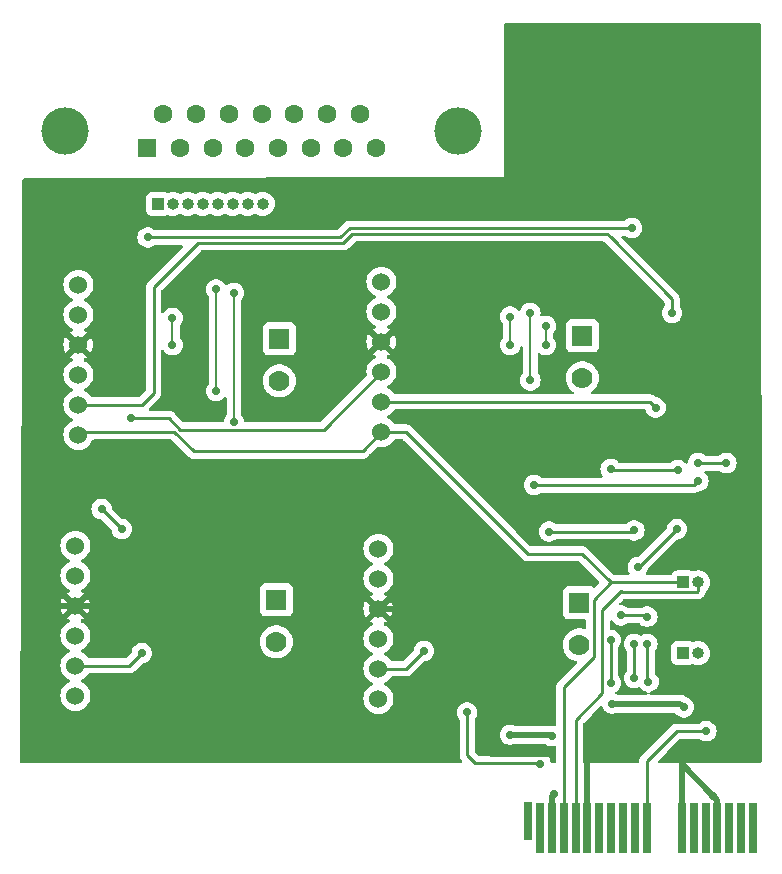
<source format=gbr>
%TF.GenerationSoftware,KiCad,Pcbnew,7.0.1-0*%
%TF.CreationDate,2023-09-14T23:48:01-07:00*%
%TF.ProjectId,TC-board,54432d62-6f61-4726-942e-6b696361645f,rev?*%
%TF.SameCoordinates,Original*%
%TF.FileFunction,Copper,L2,Bot*%
%TF.FilePolarity,Positive*%
%FSLAX46Y46*%
G04 Gerber Fmt 4.6, Leading zero omitted, Abs format (unit mm)*
G04 Created by KiCad (PCBNEW 7.0.1-0) date 2023-09-14 23:48:01*
%MOMM*%
%LPD*%
G01*
G04 APERTURE LIST*
%TA.AperFunction,ConnectorPad*%
%ADD10R,0.700000X3.200000*%
%TD*%
%TA.AperFunction,ConnectorPad*%
%ADD11R,0.700000X4.300000*%
%TD*%
%TA.AperFunction,ComponentPad*%
%ADD12C,4.000000*%
%TD*%
%TA.AperFunction,ComponentPad*%
%ADD13R,1.600000X1.600000*%
%TD*%
%TA.AperFunction,ComponentPad*%
%ADD14C,1.600000*%
%TD*%
%TA.AperFunction,ComponentPad*%
%ADD15C,1.524000*%
%TD*%
%TA.AperFunction,ComponentPad*%
%ADD16R,1.778000X1.778000*%
%TD*%
%TA.AperFunction,ComponentPad*%
%ADD17C,1.778000*%
%TD*%
%TA.AperFunction,ComponentPad*%
%ADD18R,1.000000X1.000000*%
%TD*%
%TA.AperFunction,ComponentPad*%
%ADD19O,1.000000X1.000000*%
%TD*%
%TA.AperFunction,ViaPad*%
%ADD20C,0.711200*%
%TD*%
%TA.AperFunction,Conductor*%
%ADD21C,0.508000*%
%TD*%
%TA.AperFunction,Conductor*%
%ADD22C,0.200000*%
%TD*%
%TA.AperFunction,Conductor*%
%ADD23C,0.254000*%
%TD*%
G04 APERTURE END LIST*
D10*
%TO.P,J2,A1,A1*%
%TO.N,unconnected-(J2-PadA1)*%
X145034000Y-106130000D03*
D11*
%TO.P,J2,A2,A2*%
%TO.N,unconnected-(J2-PadA2)*%
X146034000Y-106680000D03*
%TO.P,J2,A3,A3*%
%TO.N,GND*%
X147034000Y-106680000D03*
%TO.P,J2,A4,A4*%
%TO.N,/SPI1_SCK*%
X148034000Y-106680000D03*
%TO.P,J2,A5,A5*%
%TO.N,/SPI1_MISO*%
X149034000Y-106680000D03*
%TO.P,J2,A6,A6*%
%TO.N,GND*%
X150034000Y-106680000D03*
%TO.P,J2,A7,A7*%
%TO.N,unconnected-(J2-PadA7)*%
X151034000Y-106680000D03*
%TO.P,J2,A8,A8*%
%TO.N,unconnected-(J2-PadA8)*%
X152034000Y-106680000D03*
%TO.P,J2,A9,A9*%
%TO.N,unconnected-(J2-PadA9)*%
X153034000Y-106680000D03*
%TO.P,J2,A10,A10*%
%TO.N,unconnected-(J2-PadA10)*%
X154034000Y-106680000D03*
%TO.P,J2,A11,A11*%
%TO.N,/CS4*%
X155034000Y-106680000D03*
%TO.P,J2,A12,A12*%
%TO.N,GND*%
X158034000Y-106680000D03*
%TO.P,J2,A13,A13*%
%TO.N,unconnected-(J2-PadA13)*%
X159034000Y-106680000D03*
%TO.P,J2,A14,A14*%
%TO.N,unconnected-(J2-PadA14)*%
X160034000Y-106680000D03*
%TO.P,J2,A15,A15*%
%TO.N,GND*%
X161034000Y-106680000D03*
%TO.P,J2,A16,A16*%
%TO.N,unconnected-(J2-PadA16)*%
X162034000Y-106680000D03*
%TO.P,J2,A17,A17*%
%TO.N,unconnected-(J2-PadA17)*%
X163034000Y-106680000D03*
%TO.P,J2,A18,A18*%
%TO.N,unconnected-(J2-PadA18)*%
X164034000Y-106680000D03*
%TD*%
D12*
%TO.P,J1,0*%
%TO.N,N/C*%
X139098000Y-47666331D03*
X105798000Y-47666331D03*
D13*
%TO.P,J1,1,1*%
%TO.N,/TC1_T-*%
X112753000Y-49086331D03*
D14*
%TO.P,J1,2,2*%
%TO.N,/TC2_T-*%
X115523000Y-49086331D03*
%TO.P,J1,3,3*%
%TO.N,/TC3_T-*%
X118293000Y-49086331D03*
%TO.P,J1,4,4*%
%TO.N,/TC4_T-*%
X121063000Y-49086331D03*
%TO.P,J1,5,5*%
%TO.N,unconnected-(J1-Pad5)*%
X123833000Y-49086331D03*
%TO.P,J1,6,6*%
%TO.N,unconnected-(J1-Pad6)*%
X126603000Y-49086331D03*
%TO.P,J1,7,7*%
%TO.N,unconnected-(J1-Pad7)*%
X129373000Y-49086331D03*
%TO.P,J1,8,8*%
%TO.N,unconnected-(J1-Pad8)*%
X132143000Y-49086331D03*
%TO.P,J1,9,P9*%
%TO.N,/TC1_T+*%
X114138000Y-46246331D03*
%TO.P,J1,10,P10*%
%TO.N,/TC2_T+*%
X116908000Y-46246331D03*
%TO.P,J1,11,P111*%
%TO.N,/TC3_T+*%
X119678000Y-46246331D03*
%TO.P,J1,12,P12*%
%TO.N,/TC4_T+*%
X122448000Y-46246331D03*
%TO.P,J1,13,P13*%
%TO.N,unconnected-(J1-Pad13)*%
X125218000Y-46246331D03*
%TO.P,J1,14,P14*%
%TO.N,unconnected-(J1-Pad14)*%
X127988000Y-46246331D03*
%TO.P,J1,15,P15*%
%TO.N,unconnected-(J1-Pad15)*%
X130758000Y-46246331D03*
%TD*%
D15*
%TO.P,A2,1,GND*%
%TO.N,GND*%
X132587000Y-65532000D03*
D16*
%TO.P,A2,2,T-*%
%TO.N,/TC2_T-*%
X149607260Y-65023460D03*
D17*
%TO.P,A2,3,T+*%
%TO.N,/TC2_T+*%
X149607260Y-68579460D03*
D15*
%TO.P,A2,4,VIN*%
%TO.N,+3.3V*%
X132587000Y-60452000D03*
%TO.P,A2,5,SCK*%
%TO.N,/SPI1_SCK*%
X132587000Y-73152000D03*
%TO.P,A2,6,CS*%
%TO.N,/TC2_CS*%
X132587000Y-70612000D03*
%TO.P,A2,7,SDO*%
%TO.N,/SPI1_MISO*%
X132587000Y-68072000D03*
%TO.P,A2,8,3V0*%
%TO.N,unconnected-(A2-Pad8)*%
X132587000Y-62992000D03*
%TD*%
D18*
%TO.P,J3,1,Pin_1*%
%TO.N,/TC1_T-*%
X113660000Y-53848000D03*
D19*
%TO.P,J3,2,Pin_2*%
%TO.N,/TC1_T+*%
X114930000Y-53848000D03*
%TO.P,J3,3,Pin_3*%
%TO.N,/TC2_T-*%
X116200000Y-53848000D03*
%TO.P,J3,4,Pin_4*%
%TO.N,/TC2_T+*%
X117470000Y-53848000D03*
%TO.P,J3,5,Pin_5*%
%TO.N,/TC3_T-*%
X118740000Y-53848000D03*
%TO.P,J3,6,Pin_6*%
%TO.N,/TC3_T+*%
X120010000Y-53848000D03*
%TO.P,J3,7,Pin_7*%
%TO.N,/TC4_T-*%
X121280000Y-53848000D03*
%TO.P,J3,8,Pin_8*%
%TO.N,/TC4_T+*%
X122550000Y-53848000D03*
%TD*%
D18*
%TO.P,J4,1,Pin_1*%
%TO.N,/SPI0_SCK*%
X158130000Y-91900000D03*
D19*
%TO.P,J4,2,Pin_2*%
%TO.N,/SPI0_MISO*%
X159400000Y-91900000D03*
%TD*%
D15*
%TO.P,A1,1,GND*%
%TO.N,GND*%
X106933000Y-65786000D03*
D16*
%TO.P,A1,2,T-*%
%TO.N,/TC1_T-*%
X123953260Y-65277460D03*
D17*
%TO.P,A1,3,T+*%
%TO.N,/TC1_T+*%
X123953260Y-68833460D03*
D15*
%TO.P,A1,4,VIN*%
%TO.N,+3.3V*%
X106933000Y-60706000D03*
%TO.P,A1,5,SCK*%
%TO.N,/SPI1_SCK*%
X106933000Y-73406000D03*
%TO.P,A1,6,CS*%
%TO.N,/TC1_CS*%
X106933000Y-70866000D03*
%TO.P,A1,7,SDO*%
%TO.N,/SPI1_MISO*%
X106933000Y-68326000D03*
%TO.P,A1,8,3V0*%
%TO.N,unconnected-(A1-Pad8)*%
X106933000Y-63246000D03*
%TD*%
%TO.P,A3,1,GND*%
%TO.N,GND*%
X106679000Y-87884000D03*
D16*
%TO.P,A3,2,T-*%
%TO.N,/TC3_T-*%
X123699260Y-87375460D03*
D17*
%TO.P,A3,3,T+*%
%TO.N,/TC3_T+*%
X123699260Y-90931460D03*
D15*
%TO.P,A3,4,VIN*%
%TO.N,+3.3V*%
X106679000Y-82804000D03*
%TO.P,A3,5,SCK*%
%TO.N,/SPI1_SCK*%
X106679000Y-95504000D03*
%TO.P,A3,6,CS*%
%TO.N,/TC3_CS*%
X106679000Y-92964000D03*
%TO.P,A3,7,SDO*%
%TO.N,/SPI1_MISO*%
X106679000Y-90424000D03*
%TO.P,A3,8,3V0*%
%TO.N,unconnected-(A3-Pad8)*%
X106679000Y-85344000D03*
%TD*%
D18*
%TO.P,J5,1,Pin_1*%
%TO.N,/SPI1_SCK*%
X158150000Y-85900000D03*
D19*
%TO.P,J5,2,Pin_2*%
%TO.N,/SPI1_MISO*%
X159420000Y-85900000D03*
%TD*%
D15*
%TO.P,A4,1,GND*%
%TO.N,GND*%
X132333000Y-88138000D03*
D16*
%TO.P,A4,2,T-*%
%TO.N,/TC4_T-*%
X149353260Y-87629460D03*
D17*
%TO.P,A4,3,T+*%
%TO.N,/TC4_T+*%
X149353260Y-91185460D03*
D15*
%TO.P,A4,4,VIN*%
%TO.N,+3.3V*%
X132333000Y-83058000D03*
%TO.P,A4,5,SCK*%
%TO.N,/SPI0_SCK*%
X132333000Y-95758000D03*
%TO.P,A4,6,CS*%
%TO.N,/TC4_CS*%
X132333000Y-93218000D03*
%TO.P,A4,7,SDO*%
%TO.N,/SPI0_MISO*%
X132333000Y-90678000D03*
%TO.P,A4,8,3V0*%
%TO.N,unconnected-(A4-Pad8)*%
X132333000Y-85598000D03*
%TD*%
D20*
%TO.N,GND*%
X127420000Y-71470000D03*
X157440000Y-100490000D03*
X155930000Y-98790000D03*
X160678800Y-103961200D03*
X147218000Y-103838000D03*
X127370000Y-75890000D03*
X150003000Y-101053000D03*
X147050000Y-100450000D03*
%TO.N,/TC1_T+*%
X114900000Y-63500000D03*
X114900000Y-65800000D03*
%TO.N,+3.3V*%
X143480000Y-98800000D03*
X158190000Y-96480000D03*
X152140000Y-96160000D03*
X146993660Y-98903660D03*
%TO.N,/SPI1_SCK*%
X108900000Y-79700000D03*
X110600000Y-81400000D03*
%TO.N,/TC1_CS*%
X157200000Y-63100000D03*
%TO.N,/SPI1_MISO*%
X146800000Y-81600000D03*
X111400000Y-72000000D03*
X154000000Y-81500000D03*
%TO.N,/TC2_T+*%
X146500000Y-64200000D03*
X146500000Y-65800000D03*
%TO.N,/TC2_CS*%
X155800000Y-71100000D03*
%TO.N,/TC3_T-*%
X118600000Y-61100000D03*
X118600000Y-69700000D03*
%TO.N,/TC3_T+*%
X120100000Y-61400000D03*
X120100000Y-72300000D03*
%TO.N,/TC3_CS*%
X153800000Y-55900000D03*
X112800000Y-56700000D03*
X112300000Y-91900000D03*
%TO.N,/TC4_T-*%
X143500000Y-63400000D03*
X143500000Y-65800000D03*
%TO.N,/TC4_T+*%
X145200000Y-63100000D03*
X145200000Y-68800000D03*
%TO.N,/TC4_CS*%
X159420000Y-77320000D03*
X136180000Y-91700000D03*
X145530000Y-77660000D03*
%TO.N,/SPI0_MISO*%
X146034000Y-101236900D03*
X139840000Y-96910000D03*
%TO.N,/CS1*%
X152000000Y-94400000D03*
X157700000Y-76400000D03*
X152000000Y-76300000D03*
X152000000Y-90800000D03*
%TO.N,/CS2*%
X154000000Y-94000000D03*
X154000000Y-91100000D03*
X154300000Y-84600000D03*
X157600000Y-81400000D03*
%TO.N,/CS3*%
X155200000Y-94300000D03*
X155100000Y-88800000D03*
X152900000Y-88700000D03*
X155100000Y-91100000D03*
%TO.N,/CS4*%
X161800000Y-75800000D03*
X160100000Y-98500000D03*
X159400000Y-75800000D03*
%TD*%
D21*
%TO.N,GND*%
X150034000Y-101084000D02*
X150003000Y-101053000D01*
X128085000Y-83890000D02*
X132333000Y-88138000D01*
X134298000Y-88138000D02*
X132333000Y-88138000D01*
X147034000Y-104022000D02*
X147218000Y-103838000D01*
X118620000Y-83890000D02*
X127680000Y-83890000D01*
X152266000Y-98790000D02*
X150003000Y-101053000D01*
X161034000Y-104316400D02*
X160678800Y-103961200D01*
X141850000Y-100450000D02*
X141360000Y-99960000D01*
X127420000Y-70699000D02*
X127420000Y-71470000D01*
X158034000Y-101084000D02*
X157440000Y-100490000D01*
X147050000Y-100450000D02*
X141850000Y-100450000D01*
X106933000Y-65786000D02*
X103910000Y-68809000D01*
X158034000Y-101316400D02*
X158034000Y-101084000D01*
X127680000Y-83890000D02*
X128085000Y-83890000D01*
X158034000Y-106680000D02*
X158034000Y-101084000D01*
X160678800Y-103961200D02*
X158034000Y-101316400D01*
X161034000Y-106680000D02*
X161034000Y-104316400D01*
X141360000Y-95200000D02*
X134298000Y-88138000D01*
X127370000Y-83580000D02*
X127680000Y-83890000D01*
X106679000Y-87884000D02*
X114626000Y-87884000D01*
X127370000Y-75890000D02*
X127370000Y-83580000D01*
X103910000Y-87110000D02*
X104684000Y-87884000D01*
X141360000Y-99960000D02*
X141360000Y-95200000D01*
X103910000Y-68809000D02*
X103910000Y-87110000D01*
X104684000Y-87884000D02*
X106679000Y-87884000D01*
X132587000Y-65532000D02*
X127420000Y-70699000D01*
X155930000Y-98790000D02*
X152266000Y-98790000D01*
X114626000Y-87884000D02*
X118620000Y-83890000D01*
X147034000Y-106680000D02*
X147034000Y-104022000D01*
X150034000Y-106680000D02*
X150034000Y-101084000D01*
D22*
%TO.N,/TC1_T+*%
X114900000Y-63500000D02*
X114900000Y-65800000D01*
D21*
%TO.N,+3.3V*%
X143480000Y-98800000D02*
X146890000Y-98800000D01*
X146890000Y-98800000D02*
X146993660Y-98903660D01*
X157870000Y-96160000D02*
X158190000Y-96480000D01*
X152140000Y-96160000D02*
X157870000Y-96160000D01*
D23*
%TO.N,/SPI1_SCK*%
X116700000Y-74800000D02*
X115052000Y-73152000D01*
X144960000Y-83460000D02*
X149560000Y-83460000D01*
X132587000Y-73152000D02*
X134652000Y-73152000D01*
X158150000Y-85900000D02*
X152000000Y-85900000D01*
X149560000Y-83460000D02*
X152000000Y-85900000D01*
X131000000Y-74800000D02*
X131000000Y-74739000D01*
X131000000Y-74739000D02*
X132587000Y-73152000D01*
X115052000Y-73152000D02*
X107187000Y-73152000D01*
X148034000Y-94766000D02*
X148034000Y-106680000D01*
X152000000Y-85900000D02*
X150547060Y-87352940D01*
X116700000Y-74800000D02*
X131000000Y-74800000D01*
X150547060Y-92252940D02*
X148034000Y-94766000D01*
X107187000Y-73152000D02*
X106933000Y-73406000D01*
X108900000Y-79700000D02*
X110600000Y-81400000D01*
X150547060Y-87352940D02*
X150547060Y-92252940D01*
X134652000Y-73152000D02*
X144960000Y-83460000D01*
%TO.N,/TC1_CS*%
X130100000Y-56400000D02*
X151700000Y-56400000D01*
X152000000Y-56700000D02*
X157200000Y-61900000D01*
X151700000Y-56400000D02*
X152000000Y-56700000D01*
X157200000Y-61900000D02*
X157200000Y-63100000D01*
X113300000Y-64166053D02*
X113300000Y-60900000D01*
X113300000Y-69900000D02*
X113300000Y-64166053D01*
X129368200Y-57131800D02*
X130100000Y-56400000D01*
X106933000Y-70866000D02*
X112334000Y-70866000D01*
X113300000Y-60900000D02*
X117068200Y-57131800D01*
X112334000Y-70866000D02*
X113300000Y-69900000D01*
X117068200Y-57131800D02*
X129368200Y-57131800D01*
%TO.N,/SPI1_MISO*%
X149034000Y-97566000D02*
X149034000Y-106680000D01*
X114600000Y-72000000D02*
X111400000Y-72000000D01*
X146800000Y-81600000D02*
X153900000Y-81600000D01*
X151300000Y-95300000D02*
X149034000Y-97566000D01*
X159420000Y-86607106D02*
X159322306Y-86704800D01*
X127698600Y-72960400D02*
X115560400Y-72960400D01*
X152900000Y-86600000D02*
X151300000Y-88200000D01*
X151300000Y-88200000D02*
X151300000Y-95300000D01*
X153900000Y-81600000D02*
X154000000Y-81500000D01*
X115560400Y-72960400D02*
X114600000Y-72000000D01*
X159322306Y-86704800D02*
X153004800Y-86704800D01*
X159420000Y-85900000D02*
X159420000Y-86607106D01*
X153004800Y-86704800D02*
X152900000Y-86600000D01*
X132587000Y-68072000D02*
X127698600Y-72960400D01*
D22*
%TO.N,/TC2_T+*%
X146500000Y-64200000D02*
X146500000Y-65800000D01*
D23*
%TO.N,/TC2_CS*%
X132587000Y-70612000D02*
X155312000Y-70612000D01*
X155312000Y-70612000D02*
X155800000Y-71100000D01*
D22*
%TO.N,/TC3_T-*%
X118600000Y-61100000D02*
X118600000Y-69700000D01*
%TO.N,/TC3_T+*%
X120100000Y-61400000D02*
X120100000Y-72300000D01*
D23*
%TO.N,/TC3_CS*%
X129900000Y-55900000D02*
X153800000Y-55900000D01*
X112800000Y-56700000D02*
X129100000Y-56700000D01*
X129100000Y-56700000D02*
X129900000Y-55900000D01*
X111236000Y-92964000D02*
X112300000Y-91900000D01*
X106679000Y-92964000D02*
X111236000Y-92964000D01*
D22*
%TO.N,/TC4_T-*%
X143500000Y-63400000D02*
X143500000Y-65800000D01*
%TO.N,/TC4_T+*%
X145200000Y-63100000D02*
X145200000Y-68800000D01*
D23*
%TO.N,/TC4_CS*%
X159080000Y-77660000D02*
X159420000Y-77320000D01*
X134662000Y-93218000D02*
X136180000Y-91700000D01*
X145530000Y-77660000D02*
X159080000Y-77660000D01*
X132333000Y-93218000D02*
X134662000Y-93218000D01*
%TO.N,/SPI0_MISO*%
X140519000Y-101219000D02*
X146016100Y-101219000D01*
X139840000Y-96910000D02*
X139840000Y-100540000D01*
X146016100Y-101219000D02*
X146034000Y-101236900D01*
X139840000Y-100540000D02*
X140519000Y-101219000D01*
%TO.N,/CS1*%
X157700000Y-76400000D02*
X152100000Y-76400000D01*
X152100000Y-76400000D02*
X152000000Y-76300000D01*
X152000000Y-90800000D02*
X152000000Y-94400000D01*
%TO.N,/CS2*%
X157600000Y-81400000D02*
X154400000Y-84600000D01*
X154400000Y-84600000D02*
X154300000Y-84600000D01*
X154000000Y-91100000D02*
X154000000Y-94000000D01*
%TO.N,/CS3*%
X155000000Y-88700000D02*
X155100000Y-88800000D01*
X155100000Y-94200000D02*
X155200000Y-94300000D01*
X152900000Y-88700000D02*
X155000000Y-88700000D01*
X155100000Y-91100000D02*
X155100000Y-94200000D01*
%TO.N,/CS4*%
X160100000Y-98500000D02*
X157600000Y-98500000D01*
X159400000Y-75800000D02*
X161800000Y-75800000D01*
X157600000Y-98500000D02*
X155034000Y-101066000D01*
X155034000Y-101066000D02*
X155034000Y-106680000D01*
%TD*%
%TA.AperFunction,Conductor*%
%TO.N,GND*%
G36*
X164638140Y-38516580D02*
G01*
X164683518Y-38561886D01*
X164700197Y-38623802D01*
X164799724Y-101027815D01*
X164786650Y-101083433D01*
X164750028Y-101127285D01*
X164697632Y-101150062D01*
X164673632Y-101154370D01*
X164661225Y-101155627D01*
X164642237Y-101159888D01*
X164637001Y-101160945D01*
X164589571Y-101169458D01*
X164584883Y-101172758D01*
X164584883Y-101172759D01*
X164578298Y-101177394D01*
X164544358Y-101194213D01*
X164506919Y-101200000D01*
X156098094Y-101200000D01*
X156041799Y-101186485D01*
X155997776Y-101148885D01*
X155975621Y-101095398D01*
X155980163Y-101037682D01*
X156010413Y-100988319D01*
X156773328Y-100225405D01*
X157826913Y-99171819D01*
X157867142Y-99144939D01*
X157914595Y-99135500D01*
X159464305Y-99135500D01*
X159502623Y-99141569D01*
X159537190Y-99159182D01*
X159665568Y-99252454D01*
X159831509Y-99326336D01*
X160009177Y-99364100D01*
X160009179Y-99364100D01*
X160190821Y-99364100D01*
X160190823Y-99364100D01*
X160368490Y-99326336D01*
X160368491Y-99326335D01*
X160368493Y-99326335D01*
X160534430Y-99252455D01*
X160645416Y-99171819D01*
X160681380Y-99145690D01*
X160802923Y-99010703D01*
X160893743Y-98853397D01*
X160893742Y-98853397D01*
X160949873Y-98680646D01*
X160968860Y-98500000D01*
X160949873Y-98319354D01*
X160920758Y-98229747D01*
X160893743Y-98146602D01*
X160802923Y-97989296D01*
X160681380Y-97854309D01*
X160534431Y-97747545D01*
X160368490Y-97673663D01*
X160190823Y-97635900D01*
X160190821Y-97635900D01*
X160009179Y-97635900D01*
X160009177Y-97635900D01*
X159831509Y-97673663D01*
X159665568Y-97747545D01*
X159537190Y-97840818D01*
X159502623Y-97858431D01*
X159464305Y-97864500D01*
X157683850Y-97864500D01*
X157663058Y-97862204D01*
X157591956Y-97864439D01*
X157588061Y-97864500D01*
X157560014Y-97864500D01*
X157555868Y-97865023D01*
X157544244Y-97865937D01*
X157499795Y-97867334D01*
X157480097Y-97873057D01*
X157461052Y-97877001D01*
X157440700Y-97879572D01*
X157399361Y-97895939D01*
X157388317Y-97899720D01*
X157345606Y-97912130D01*
X157327950Y-97922572D01*
X157310483Y-97931129D01*
X157291415Y-97938679D01*
X157255433Y-97964820D01*
X157245676Y-97971229D01*
X157207402Y-97993865D01*
X157192901Y-98008366D01*
X157178112Y-98020997D01*
X157161512Y-98033058D01*
X157133159Y-98067329D01*
X157125299Y-98075966D01*
X154643922Y-100557343D01*
X154627593Y-100570426D01*
X154578898Y-100622281D01*
X154576190Y-100625076D01*
X154556359Y-100644907D01*
X154553798Y-100648209D01*
X154546219Y-100657082D01*
X154515781Y-100689495D01*
X154505901Y-100707467D01*
X154495224Y-100723721D01*
X154482649Y-100739932D01*
X154464986Y-100780748D01*
X154459850Y-100791232D01*
X154438430Y-100830196D01*
X154433330Y-100850061D01*
X154427029Y-100868464D01*
X154418882Y-100887290D01*
X154411926Y-100931212D01*
X154409558Y-100942645D01*
X154404618Y-100961892D01*
X154398500Y-100985719D01*
X154398500Y-101006226D01*
X154396973Y-101025625D01*
X154393764Y-101045878D01*
X154395509Y-101064332D01*
X154383127Y-101131136D01*
X154337401Y-101181387D01*
X154272059Y-101200000D01*
X149793500Y-101200000D01*
X149731500Y-101183387D01*
X149686113Y-101138000D01*
X149669500Y-101076000D01*
X149669500Y-97880594D01*
X149678939Y-97833141D01*
X149705819Y-97792913D01*
X150408086Y-97090646D01*
X151114664Y-96384067D01*
X151168684Y-96352406D01*
X151231290Y-96351176D01*
X151286514Y-96380694D01*
X151320274Y-96433431D01*
X151346257Y-96513398D01*
X151437076Y-96670703D01*
X151558619Y-96805690D01*
X151705568Y-96912454D01*
X151705569Y-96912454D01*
X151705570Y-96912455D01*
X151752209Y-96933220D01*
X151871509Y-96986336D01*
X152049177Y-97024100D01*
X152049179Y-97024100D01*
X152230821Y-97024100D01*
X152230823Y-97024100D01*
X152408490Y-96986336D01*
X152408491Y-96986335D01*
X152408493Y-96986335D01*
X152527791Y-96933219D01*
X152578226Y-96922500D01*
X157376108Y-96922500D01*
X157438108Y-96939113D01*
X157483495Y-96984499D01*
X157487077Y-96990704D01*
X157608619Y-97125690D01*
X157755568Y-97232454D01*
X157921509Y-97306336D01*
X158099177Y-97344100D01*
X158099179Y-97344100D01*
X158280821Y-97344100D01*
X158280823Y-97344100D01*
X158458490Y-97306336D01*
X158458491Y-97306335D01*
X158458493Y-97306335D01*
X158624430Y-97232455D01*
X158771381Y-97125689D01*
X158892923Y-96990703D01*
X158983743Y-96833397D01*
X159039873Y-96660646D01*
X159058860Y-96480000D01*
X159039873Y-96299354D01*
X158983743Y-96126603D01*
X158983743Y-96126602D01*
X158892923Y-95969296D01*
X158771380Y-95834309D01*
X158624429Y-95727544D01*
X158462310Y-95655363D01*
X158433041Y-95637074D01*
X158389774Y-95600769D01*
X158381793Y-95593455D01*
X158377766Y-95589428D01*
X158353031Y-95569870D01*
X158350273Y-95567624D01*
X158291853Y-95518604D01*
X158291851Y-95518603D01*
X158290985Y-95517876D01*
X158274036Y-95507078D01*
X158203914Y-95474380D01*
X158200668Y-95472808D01*
X158131565Y-95438103D01*
X158112576Y-95431502D01*
X158036841Y-95415864D01*
X158033323Y-95415084D01*
X157958032Y-95397241D01*
X157938038Y-95395198D01*
X157870705Y-95397157D01*
X157860710Y-95397448D01*
X157857106Y-95397500D01*
X155372543Y-95397500D01*
X155314328Y-95382985D01*
X155269742Y-95342840D01*
X155249222Y-95286461D01*
X155257572Y-95227049D01*
X155292838Y-95178510D01*
X155346762Y-95152210D01*
X155468490Y-95126336D01*
X155468491Y-95126335D01*
X155468493Y-95126335D01*
X155634430Y-95052455D01*
X155726715Y-94985406D01*
X155781380Y-94945690D01*
X155812883Y-94910703D01*
X155902923Y-94810703D01*
X155993743Y-94653397D01*
X156049873Y-94480646D01*
X156068860Y-94300000D01*
X156049873Y-94119354D01*
X155993743Y-93946603D01*
X155993743Y-93946602D01*
X155902923Y-93789296D01*
X155772660Y-93644625D01*
X155774036Y-93643385D01*
X155749015Y-93614089D01*
X155735500Y-93557795D01*
X155735500Y-92448638D01*
X157121500Y-92448638D01*
X157123758Y-92469640D01*
X157128011Y-92509205D01*
X157179110Y-92646203D01*
X157266738Y-92763261D01*
X157383796Y-92850889D01*
X157520794Y-92901988D01*
X157520797Y-92901988D01*
X157520799Y-92901989D01*
X157581362Y-92908500D01*
X158678634Y-92908500D01*
X158678638Y-92908500D01*
X158739201Y-92901989D01*
X158876204Y-92850889D01*
X158881097Y-92847225D01*
X158946010Y-92822847D01*
X159000044Y-92834223D01*
X159000508Y-92832695D01*
X159012193Y-92836239D01*
X159012196Y-92836241D01*
X159202299Y-92893908D01*
X159400000Y-92913380D01*
X159597701Y-92893908D01*
X159787804Y-92836241D01*
X159963004Y-92742595D01*
X160116568Y-92616568D01*
X160242595Y-92463004D01*
X160336241Y-92287804D01*
X160393908Y-92097701D01*
X160413380Y-91900000D01*
X160393908Y-91702299D01*
X160336241Y-91512196D01*
X160242595Y-91336996D01*
X160116568Y-91183432D01*
X159982814Y-91073663D01*
X159963003Y-91057404D01*
X159819397Y-90980646D01*
X159787804Y-90963759D01*
X159597701Y-90906092D01*
X159597698Y-90906091D01*
X159424247Y-90889008D01*
X159400000Y-90886620D01*
X159399999Y-90886620D01*
X159202300Y-90906091D01*
X159000509Y-90967304D01*
X159000045Y-90965776D01*
X158946011Y-90977152D01*
X158881100Y-90952776D01*
X158876203Y-90949110D01*
X158739205Y-90898011D01*
X158708919Y-90894755D01*
X158678638Y-90891500D01*
X157581362Y-90891500D01*
X157554445Y-90894393D01*
X157520794Y-90898011D01*
X157383796Y-90949110D01*
X157266738Y-91036738D01*
X157179110Y-91153796D01*
X157128011Y-91290794D01*
X157125871Y-91310700D01*
X157121500Y-91351362D01*
X157121500Y-92448638D01*
X155735500Y-92448638D01*
X155735500Y-91733183D01*
X155743736Y-91688745D01*
X155767348Y-91650212D01*
X155802923Y-91610703D01*
X155809752Y-91598876D01*
X155893743Y-91453397D01*
X155900311Y-91433183D01*
X155949873Y-91280646D01*
X155968860Y-91100000D01*
X155949873Y-90919354D01*
X155893743Y-90746603D01*
X155893743Y-90746602D01*
X155802923Y-90589296D01*
X155681380Y-90454309D01*
X155534431Y-90347545D01*
X155368490Y-90273663D01*
X155190823Y-90235900D01*
X155190821Y-90235900D01*
X155009179Y-90235900D01*
X155009177Y-90235900D01*
X154831509Y-90273663D01*
X154665568Y-90347545D01*
X154622885Y-90378557D01*
X154575781Y-90399529D01*
X154524219Y-90399529D01*
X154477115Y-90378557D01*
X154434431Y-90347545D01*
X154268490Y-90273663D01*
X154090823Y-90235900D01*
X154090821Y-90235900D01*
X153909179Y-90235900D01*
X153909177Y-90235900D01*
X153731509Y-90273663D01*
X153565568Y-90347545D01*
X153418619Y-90454309D01*
X153297076Y-90589296D01*
X153206256Y-90746602D01*
X153150127Y-90919352D01*
X153131140Y-91099999D01*
X153150127Y-91280647D01*
X153206256Y-91453397D01*
X153297074Y-91610700D01*
X153297077Y-91610703D01*
X153332651Y-91650212D01*
X153356264Y-91688745D01*
X153364500Y-91733183D01*
X153364500Y-93366817D01*
X153356264Y-93411255D01*
X153332651Y-93449787D01*
X153327383Y-93455639D01*
X153297074Y-93489299D01*
X153206256Y-93646602D01*
X153150127Y-93819352D01*
X153131140Y-94000000D01*
X153150127Y-94180647D01*
X153206256Y-94353397D01*
X153297076Y-94510703D01*
X153418619Y-94645690D01*
X153565568Y-94752454D01*
X153731509Y-94826336D01*
X153909177Y-94864100D01*
X153909179Y-94864100D01*
X154090821Y-94864100D01*
X154090823Y-94864100D01*
X154209268Y-94838923D01*
X154268493Y-94826335D01*
X154359408Y-94785856D01*
X154409842Y-94775136D01*
X154460278Y-94785856D01*
X154501993Y-94816163D01*
X154618619Y-94945689D01*
X154618622Y-94945691D01*
X154765568Y-95052454D01*
X154765569Y-95052454D01*
X154765570Y-95052455D01*
X154811910Y-95073087D01*
X154931509Y-95126336D01*
X155053238Y-95152210D01*
X155107162Y-95178510D01*
X155142428Y-95227049D01*
X155150778Y-95286461D01*
X155130258Y-95342840D01*
X155085672Y-95382985D01*
X155027457Y-95397500D01*
X152578226Y-95397500D01*
X152527789Y-95386779D01*
X152466133Y-95359327D01*
X152416251Y-95318932D01*
X152393249Y-95259008D01*
X152403291Y-95195612D01*
X152443681Y-95145733D01*
X152581381Y-95045689D01*
X152702923Y-94910703D01*
X152793743Y-94753397D01*
X152849873Y-94580646D01*
X152868860Y-94400000D01*
X152849873Y-94219354D01*
X152817381Y-94119354D01*
X152793743Y-94046602D01*
X152702925Y-93889299D01*
X152695967Y-93881572D01*
X152667348Y-93849787D01*
X152643736Y-93811255D01*
X152635500Y-93766817D01*
X152635500Y-91433183D01*
X152643736Y-91388745D01*
X152667348Y-91350212D01*
X152702923Y-91310703D01*
X152714415Y-91290799D01*
X152793743Y-91153397D01*
X152806480Y-91114196D01*
X152849873Y-90980646D01*
X152868860Y-90800000D01*
X152849873Y-90619354D01*
X152803338Y-90476133D01*
X152793743Y-90446602D01*
X152702923Y-90289296D01*
X152581380Y-90154309D01*
X152434431Y-90047545D01*
X152268490Y-89973663D01*
X152090823Y-89935900D01*
X152090821Y-89935900D01*
X152059500Y-89935900D01*
X151997500Y-89919287D01*
X151952113Y-89873900D01*
X151935500Y-89811900D01*
X151935500Y-89220413D01*
X151952113Y-89158413D01*
X151997500Y-89113026D01*
X152059500Y-89096413D01*
X152121500Y-89113026D01*
X152166887Y-89158413D01*
X152197076Y-89210703D01*
X152318619Y-89345690D01*
X152465568Y-89452454D01*
X152465569Y-89452454D01*
X152465570Y-89452455D01*
X152526449Y-89479560D01*
X152631509Y-89526336D01*
X152809177Y-89564100D01*
X152809179Y-89564100D01*
X152990821Y-89564100D01*
X152990823Y-89564100D01*
X153168490Y-89526336D01*
X153168491Y-89526335D01*
X153168493Y-89526335D01*
X153334430Y-89452455D01*
X153438935Y-89376528D01*
X153462810Y-89359182D01*
X153497377Y-89341569D01*
X153535695Y-89335500D01*
X154364196Y-89335500D01*
X154414631Y-89346220D01*
X154456346Y-89376528D01*
X154518619Y-89445690D01*
X154665568Y-89552454D01*
X154665569Y-89552454D01*
X154665570Y-89552455D01*
X154712865Y-89573512D01*
X154831509Y-89626336D01*
X155009177Y-89664100D01*
X155009179Y-89664100D01*
X155190821Y-89664100D01*
X155190823Y-89664100D01*
X155368490Y-89626336D01*
X155368491Y-89626335D01*
X155368493Y-89626335D01*
X155534430Y-89552455D01*
X155648011Y-89469934D01*
X155681380Y-89445690D01*
X155802923Y-89310703D01*
X155893743Y-89153397D01*
X155916719Y-89082684D01*
X155949873Y-88980646D01*
X155968860Y-88800000D01*
X155949873Y-88619354D01*
X155893743Y-88446603D01*
X155893743Y-88446602D01*
X155802923Y-88289296D01*
X155681380Y-88154309D01*
X155534431Y-88047545D01*
X155368490Y-87973663D01*
X155190823Y-87935900D01*
X155190821Y-87935900D01*
X155009179Y-87935900D01*
X155009177Y-87935900D01*
X154831509Y-87973663D01*
X154653664Y-88052846D01*
X154653212Y-88051831D01*
X154640251Y-88058434D01*
X154601943Y-88064500D01*
X153535695Y-88064500D01*
X153497377Y-88058431D01*
X153462810Y-88040818D01*
X153334431Y-87947545D01*
X153168490Y-87873663D01*
X152990823Y-87835900D01*
X152990821Y-87835900D01*
X152862194Y-87835900D01*
X152805899Y-87822385D01*
X152761876Y-87784785D01*
X152739721Y-87731298D01*
X152744263Y-87673582D01*
X152774513Y-87624219D01*
X153022114Y-87376619D01*
X153062342Y-87349739D01*
X153109795Y-87340300D01*
X159238456Y-87340300D01*
X159259247Y-87342595D01*
X159262023Y-87342507D01*
X159262025Y-87342508D01*
X159330349Y-87340361D01*
X159334245Y-87340300D01*
X159362285Y-87340300D01*
X159362289Y-87340300D01*
X159366426Y-87339777D01*
X159378063Y-87338861D01*
X159422511Y-87337465D01*
X159442207Y-87331742D01*
X159461252Y-87327797D01*
X159481605Y-87325227D01*
X159522965Y-87308851D01*
X159533985Y-87305078D01*
X159576699Y-87292669D01*
X159594350Y-87282229D01*
X159611818Y-87273671D01*
X159630894Y-87266119D01*
X159666888Y-87239966D01*
X159676621Y-87233574D01*
X159714904Y-87210934D01*
X159729406Y-87196431D01*
X159744194Y-87183800D01*
X159760793Y-87171742D01*
X159789151Y-87137462D01*
X159796994Y-87128842D01*
X159810073Y-87115763D01*
X159826399Y-87102685D01*
X159828299Y-87100661D01*
X159828303Y-87100659D01*
X159875149Y-87050771D01*
X159877797Y-87048039D01*
X159897638Y-87028200D01*
X159900188Y-87024911D01*
X159907765Y-87016039D01*
X159938217Y-86983612D01*
X159948100Y-86965633D01*
X159958778Y-86949378D01*
X159971349Y-86933173D01*
X159989011Y-86892356D01*
X159994148Y-86881873D01*
X159999197Y-86872689D01*
X160015569Y-86842909D01*
X160020669Y-86823041D01*
X160026969Y-86804640D01*
X160035117Y-86785814D01*
X160042072Y-86741893D01*
X160044441Y-86730458D01*
X160046807Y-86721242D01*
X160062345Y-86685429D01*
X160088243Y-86656226D01*
X160136568Y-86616568D01*
X160262595Y-86463004D01*
X160356241Y-86287804D01*
X160413908Y-86097701D01*
X160433380Y-85900000D01*
X160413908Y-85702299D01*
X160356241Y-85512196D01*
X160262595Y-85336996D01*
X160136568Y-85183432D01*
X159983004Y-85057405D01*
X159983003Y-85057404D01*
X159875728Y-85000065D01*
X159807804Y-84963759D01*
X159617701Y-84906092D01*
X159617698Y-84906091D01*
X159444247Y-84889008D01*
X159420000Y-84886620D01*
X159419999Y-84886620D01*
X159222300Y-84906091D01*
X159020509Y-84967304D01*
X159020045Y-84965776D01*
X158966011Y-84977152D01*
X158901100Y-84952776D01*
X158896203Y-84949110D01*
X158759205Y-84898011D01*
X158728919Y-84894755D01*
X158698638Y-84891500D01*
X157601362Y-84891500D01*
X157574445Y-84894393D01*
X157540794Y-84898011D01*
X157403796Y-84949110D01*
X157286738Y-85036738D01*
X157199112Y-85153793D01*
X157199110Y-85153796D01*
X157199111Y-85153796D01*
X157187906Y-85183836D01*
X157161469Y-85226070D01*
X157120539Y-85254488D01*
X157071726Y-85264500D01*
X155128903Y-85264500D01*
X155066903Y-85247887D01*
X155021516Y-85202500D01*
X155004903Y-85140500D01*
X155021516Y-85078500D01*
X155093743Y-84953397D01*
X155153901Y-84768250D01*
X155154734Y-84768520D01*
X155160412Y-84748382D01*
X155184653Y-84714077D01*
X157598312Y-82300419D01*
X157638541Y-82273539D01*
X157685994Y-82264100D01*
X157690823Y-82264100D01*
X157868490Y-82226336D01*
X157868491Y-82226335D01*
X157868493Y-82226335D01*
X158034430Y-82152455D01*
X158181381Y-82045689D01*
X158302923Y-81910703D01*
X158393743Y-81753397D01*
X158449873Y-81580646D01*
X158468860Y-81400000D01*
X158449873Y-81219354D01*
X158393743Y-81046603D01*
X158393743Y-81046602D01*
X158302923Y-80889296D01*
X158181380Y-80754309D01*
X158034431Y-80647545D01*
X157868490Y-80573663D01*
X157690823Y-80535900D01*
X157690821Y-80535900D01*
X157509179Y-80535900D01*
X157509177Y-80535900D01*
X157331509Y-80573663D01*
X157165568Y-80647545D01*
X157018619Y-80754309D01*
X156897076Y-80889296D01*
X156806256Y-81046602D01*
X156750127Y-81219352D01*
X156739238Y-81322949D01*
X156727837Y-81363370D01*
X156703598Y-81397667D01*
X154401686Y-83699581D01*
X154361458Y-83726461D01*
X154314005Y-83735900D01*
X154209177Y-83735900D01*
X154031509Y-83773663D01*
X153865568Y-83847545D01*
X153718619Y-83954309D01*
X153597076Y-84089296D01*
X153506256Y-84246602D01*
X153450127Y-84419352D01*
X153431140Y-84600000D01*
X153450127Y-84780647D01*
X153506256Y-84953397D01*
X153578484Y-85078500D01*
X153595097Y-85140500D01*
X153578484Y-85202500D01*
X153533097Y-85247887D01*
X153471097Y-85264500D01*
X152314594Y-85264500D01*
X152267141Y-85255061D01*
X152226913Y-85228181D01*
X150068658Y-83069925D01*
X150055575Y-83053596D01*
X150003718Y-83004898D01*
X150000921Y-83002187D01*
X149981095Y-82982361D01*
X149977796Y-82979802D01*
X149968917Y-82972218D01*
X149936509Y-82941784D01*
X149928793Y-82937543D01*
X149918531Y-82931901D01*
X149902274Y-82921222D01*
X149886067Y-82908650D01*
X149845254Y-82890988D01*
X149834769Y-82885852D01*
X149812910Y-82873835D01*
X149795800Y-82864429D01*
X149775942Y-82859331D01*
X149757534Y-82853029D01*
X149738708Y-82844882D01*
X149694788Y-82837926D01*
X149683350Y-82835558D01*
X149640282Y-82824500D01*
X149640281Y-82824500D01*
X149619774Y-82824500D01*
X149600375Y-82822973D01*
X149580122Y-82819765D01*
X149580121Y-82819765D01*
X149546185Y-82822973D01*
X149535849Y-82823950D01*
X149524180Y-82824500D01*
X145274595Y-82824500D01*
X145227142Y-82815061D01*
X145186914Y-82788181D01*
X143998733Y-81600000D01*
X145931140Y-81600000D01*
X145940633Y-81690322D01*
X145950127Y-81780647D01*
X146006256Y-81953397D01*
X146097076Y-82110703D01*
X146218619Y-82245690D01*
X146365568Y-82352454D01*
X146365569Y-82352454D01*
X146365570Y-82352455D01*
X146448538Y-82389394D01*
X146531509Y-82426336D01*
X146709177Y-82464100D01*
X146709179Y-82464100D01*
X146890821Y-82464100D01*
X146890823Y-82464100D01*
X147068490Y-82426336D01*
X147068491Y-82426335D01*
X147068493Y-82426335D01*
X147234430Y-82352455D01*
X147343049Y-82273539D01*
X147362810Y-82259182D01*
X147397377Y-82241569D01*
X147435695Y-82235500D01*
X153501943Y-82235500D01*
X153540251Y-82241566D01*
X153553212Y-82248168D01*
X153553664Y-82247154D01*
X153731509Y-82326336D01*
X153909177Y-82364100D01*
X153909179Y-82364100D01*
X154090821Y-82364100D01*
X154090823Y-82364100D01*
X154268490Y-82326336D01*
X154268491Y-82326335D01*
X154268493Y-82326335D01*
X154434430Y-82252455D01*
X154507905Y-82199072D01*
X154581380Y-82145690D01*
X154612883Y-82110703D01*
X154702923Y-82010703D01*
X154793743Y-81853397D01*
X154849873Y-81680646D01*
X154868860Y-81500000D01*
X154849873Y-81319354D01*
X154817381Y-81219354D01*
X154793743Y-81146602D01*
X154702923Y-80989296D01*
X154581380Y-80854309D01*
X154434431Y-80747545D01*
X154268490Y-80673663D01*
X154090823Y-80635900D01*
X154090821Y-80635900D01*
X153909179Y-80635900D01*
X153909177Y-80635900D01*
X153731509Y-80673663D01*
X153565568Y-80747545D01*
X153418619Y-80854309D01*
X153356346Y-80923472D01*
X153314631Y-80953780D01*
X153264196Y-80964500D01*
X147435695Y-80964500D01*
X147397377Y-80958431D01*
X147362810Y-80940818D01*
X147234431Y-80847545D01*
X147068490Y-80773663D01*
X146890823Y-80735900D01*
X146890821Y-80735900D01*
X146709179Y-80735900D01*
X146709177Y-80735900D01*
X146531509Y-80773663D01*
X146365568Y-80847545D01*
X146218619Y-80954309D01*
X146097076Y-81089296D01*
X146006256Y-81246602D01*
X145950127Y-81419352D01*
X145936603Y-81548021D01*
X145931140Y-81600000D01*
X143998733Y-81600000D01*
X140058732Y-77659999D01*
X144661140Y-77659999D01*
X144680127Y-77840647D01*
X144736256Y-78013397D01*
X144827076Y-78170703D01*
X144948619Y-78305690D01*
X145095568Y-78412454D01*
X145261509Y-78486336D01*
X145439177Y-78524100D01*
X145439179Y-78524100D01*
X145620821Y-78524100D01*
X145620823Y-78524100D01*
X145798490Y-78486336D01*
X145798491Y-78486335D01*
X145798493Y-78486335D01*
X145964430Y-78412455D01*
X146016730Y-78374456D01*
X146092810Y-78319182D01*
X146127377Y-78301569D01*
X146165695Y-78295500D01*
X158996150Y-78295500D01*
X159016941Y-78297795D01*
X159019717Y-78297707D01*
X159019719Y-78297708D01*
X159088043Y-78295561D01*
X159091939Y-78295500D01*
X159119979Y-78295500D01*
X159119983Y-78295500D01*
X159124120Y-78294977D01*
X159135757Y-78294061D01*
X159180205Y-78292665D01*
X159199901Y-78286942D01*
X159218946Y-78282997D01*
X159239299Y-78280427D01*
X159280659Y-78264051D01*
X159291679Y-78260278D01*
X159334393Y-78247869D01*
X159352044Y-78237429D01*
X159369512Y-78228871D01*
X159388588Y-78221319D01*
X159407219Y-78207782D01*
X159441786Y-78190169D01*
X159480105Y-78184100D01*
X159510823Y-78184100D01*
X159688490Y-78146336D01*
X159688491Y-78146335D01*
X159688493Y-78146335D01*
X159854430Y-78072455D01*
X159927905Y-78019072D01*
X160001380Y-77965690D01*
X160122923Y-77830703D01*
X160213743Y-77673397D01*
X160218096Y-77659999D01*
X160269873Y-77500646D01*
X160288860Y-77320000D01*
X160269873Y-77139354D01*
X160213743Y-76966603D01*
X160213743Y-76966602D01*
X160122923Y-76809296D01*
X160001380Y-76674309D01*
X159981434Y-76659818D01*
X159942120Y-76612297D01*
X159930564Y-76551714D01*
X159949622Y-76493057D01*
X159994582Y-76450838D01*
X160054319Y-76435500D01*
X161164305Y-76435500D01*
X161202623Y-76441569D01*
X161237190Y-76459182D01*
X161365568Y-76552454D01*
X161531509Y-76626336D01*
X161709177Y-76664100D01*
X161709179Y-76664100D01*
X161890821Y-76664100D01*
X161890823Y-76664100D01*
X162068490Y-76626336D01*
X162068491Y-76626335D01*
X162068493Y-76626335D01*
X162234430Y-76552455D01*
X162316184Y-76493057D01*
X162381380Y-76445690D01*
X162502923Y-76310703D01*
X162593743Y-76153397D01*
X162628442Y-76046603D01*
X162649873Y-75980646D01*
X162668860Y-75800000D01*
X162649873Y-75619354D01*
X162602536Y-75473665D01*
X162593743Y-75446602D01*
X162502923Y-75289296D01*
X162381380Y-75154309D01*
X162234431Y-75047545D01*
X162068490Y-74973663D01*
X161890823Y-74935900D01*
X161890821Y-74935900D01*
X161709179Y-74935900D01*
X161709177Y-74935900D01*
X161531509Y-74973663D01*
X161365568Y-75047545D01*
X161237190Y-75140818D01*
X161202623Y-75158431D01*
X161164305Y-75164500D01*
X160035695Y-75164500D01*
X159997377Y-75158431D01*
X159962810Y-75140818D01*
X159834431Y-75047545D01*
X159668490Y-74973663D01*
X159490823Y-74935900D01*
X159490821Y-74935900D01*
X159309179Y-74935900D01*
X159309177Y-74935900D01*
X159131509Y-74973663D01*
X158965568Y-75047545D01*
X158818619Y-75154309D01*
X158697076Y-75289296D01*
X158606256Y-75446602D01*
X158550127Y-75619352D01*
X158538445Y-75730496D01*
X158519820Y-75783977D01*
X158479358Y-75823599D01*
X158425499Y-75841098D01*
X158369476Y-75832825D01*
X158322974Y-75800505D01*
X158322519Y-75800000D01*
X158281381Y-75754311D01*
X158281380Y-75754310D01*
X158281379Y-75754309D01*
X158134431Y-75647545D01*
X157968490Y-75573663D01*
X157790823Y-75535900D01*
X157790821Y-75535900D01*
X157609179Y-75535900D01*
X157609177Y-75535900D01*
X157431509Y-75573663D01*
X157265568Y-75647545D01*
X157137190Y-75740818D01*
X157102623Y-75758431D01*
X157064305Y-75764500D01*
X152735804Y-75764500D01*
X152685369Y-75753780D01*
X152643654Y-75723472D01*
X152581380Y-75654309D01*
X152434431Y-75547545D01*
X152268490Y-75473663D01*
X152090823Y-75435900D01*
X152090821Y-75435900D01*
X151909179Y-75435900D01*
X151909177Y-75435900D01*
X151731509Y-75473663D01*
X151565568Y-75547545D01*
X151418619Y-75654309D01*
X151297076Y-75789296D01*
X151206256Y-75946602D01*
X151150127Y-76119352D01*
X151131140Y-76299999D01*
X151150127Y-76480647D01*
X151206256Y-76653397D01*
X151297076Y-76810702D01*
X151303221Y-76817527D01*
X151330504Y-76867153D01*
X151332876Y-76923734D01*
X151309842Y-76975470D01*
X151266207Y-77011568D01*
X151211072Y-77024500D01*
X146165695Y-77024500D01*
X146127377Y-77018431D01*
X146092810Y-77000818D01*
X145964431Y-76907545D01*
X145798490Y-76833663D01*
X145620823Y-76795900D01*
X145620821Y-76795900D01*
X145439179Y-76795900D01*
X145439177Y-76795900D01*
X145261509Y-76833663D01*
X145095568Y-76907545D01*
X144948619Y-77014309D01*
X144827076Y-77149296D01*
X144736256Y-77306602D01*
X144680127Y-77479352D01*
X144661140Y-77659999D01*
X140058732Y-77659999D01*
X135160658Y-72761925D01*
X135147575Y-72745596D01*
X135095718Y-72696898D01*
X135092921Y-72694187D01*
X135073095Y-72674361D01*
X135069796Y-72671802D01*
X135060917Y-72664218D01*
X135028509Y-72633784D01*
X135020793Y-72629543D01*
X135010531Y-72623901D01*
X134994274Y-72613222D01*
X134978067Y-72600650D01*
X134937254Y-72582988D01*
X134926769Y-72577852D01*
X134904910Y-72565835D01*
X134887800Y-72556429D01*
X134867942Y-72551331D01*
X134849534Y-72545029D01*
X134830708Y-72536882D01*
X134786788Y-72529926D01*
X134775350Y-72527558D01*
X134732282Y-72516500D01*
X134732281Y-72516500D01*
X134711774Y-72516500D01*
X134692375Y-72514973D01*
X134672122Y-72511765D01*
X134672121Y-72511765D01*
X134645061Y-72514323D01*
X134627849Y-72515950D01*
X134616180Y-72516500D01*
X133757562Y-72516500D01*
X133700305Y-72502489D01*
X133655988Y-72463625D01*
X133563977Y-72332219D01*
X133406781Y-72175023D01*
X133224677Y-72047512D01*
X133110738Y-71994381D01*
X133058563Y-71948625D01*
X133039144Y-71882000D01*
X133058563Y-71815375D01*
X133110739Y-71769618D01*
X133224677Y-71716488D01*
X133406781Y-71588977D01*
X133563977Y-71431781D01*
X133655989Y-71300373D01*
X133700305Y-71261511D01*
X133757562Y-71247500D01*
X154849266Y-71247500D01*
X154899701Y-71258220D01*
X154941416Y-71288528D01*
X154967197Y-71333182D01*
X155006256Y-71453397D01*
X155097076Y-71610703D01*
X155218619Y-71745690D01*
X155365568Y-71852454D01*
X155531509Y-71926336D01*
X155709177Y-71964100D01*
X155709179Y-71964100D01*
X155890821Y-71964100D01*
X155890823Y-71964100D01*
X156068490Y-71926336D01*
X156068491Y-71926335D01*
X156068493Y-71926335D01*
X156234430Y-71852455D01*
X156381381Y-71745689D01*
X156502923Y-71610703D01*
X156593743Y-71453397D01*
X156649873Y-71280646D01*
X156668860Y-71100000D01*
X156649873Y-70919354D01*
X156593743Y-70746603D01*
X156593743Y-70746602D01*
X156502923Y-70589296D01*
X156381380Y-70454309D01*
X156234431Y-70347545D01*
X156068490Y-70273663D01*
X155890823Y-70235900D01*
X155890821Y-70235900D01*
X155888941Y-70235900D01*
X155843293Y-70227192D01*
X155804057Y-70202291D01*
X155755718Y-70156897D01*
X155752921Y-70154187D01*
X155733095Y-70134361D01*
X155729796Y-70131802D01*
X155720917Y-70124218D01*
X155688509Y-70093784D01*
X155680793Y-70089543D01*
X155670531Y-70083901D01*
X155654274Y-70073222D01*
X155638067Y-70060650D01*
X155621306Y-70053397D01*
X155597253Y-70042988D01*
X155586769Y-70037852D01*
X155560382Y-70023346D01*
X155547800Y-70016429D01*
X155527942Y-70011331D01*
X155509534Y-70005029D01*
X155490708Y-69996882D01*
X155446788Y-69989926D01*
X155435350Y-69987558D01*
X155392282Y-69976500D01*
X155392281Y-69976500D01*
X155371774Y-69976500D01*
X155352375Y-69974973D01*
X155332122Y-69971765D01*
X155332121Y-69971765D01*
X155305050Y-69974324D01*
X155287849Y-69975950D01*
X155276180Y-69976500D01*
X150448813Y-69976500D01*
X150389796Y-69961555D01*
X150345004Y-69920322D01*
X150325237Y-69862740D01*
X150335257Y-69802690D01*
X150372651Y-69754647D01*
X150449588Y-69694764D01*
X150557005Y-69611158D01*
X150713864Y-69440764D01*
X150840537Y-69246876D01*
X150933570Y-69034783D01*
X150990425Y-68810269D01*
X151009550Y-68579460D01*
X150990425Y-68348651D01*
X150933570Y-68124137D01*
X150840537Y-67912044D01*
X150713864Y-67718156D01*
X150557005Y-67547762D01*
X150503631Y-67506219D01*
X150374245Y-67405513D01*
X150374241Y-67405510D01*
X150374240Y-67405510D01*
X150170553Y-67295280D01*
X150170549Y-67295278D01*
X150170548Y-67295278D01*
X149951503Y-67220080D01*
X149723060Y-67181960D01*
X149491460Y-67181960D01*
X149263016Y-67220080D01*
X149043971Y-67295278D01*
X148840274Y-67405513D01*
X148657518Y-67547759D01*
X148657515Y-67547761D01*
X148657515Y-67547762D01*
X148554644Y-67659510D01*
X148500655Y-67718157D01*
X148373983Y-67912043D01*
X148280951Y-68124133D01*
X148280949Y-68124137D01*
X148280950Y-68124137D01*
X148238071Y-68293464D01*
X148224094Y-68348656D01*
X148204969Y-68579460D01*
X148224094Y-68810263D01*
X148224094Y-68810265D01*
X148224095Y-68810269D01*
X148267241Y-68980646D01*
X148280951Y-69034786D01*
X148302727Y-69084430D01*
X148373983Y-69246876D01*
X148500656Y-69440764D01*
X148657515Y-69611158D01*
X148723640Y-69662625D01*
X148841869Y-69754647D01*
X148879263Y-69802690D01*
X148889283Y-69862740D01*
X148869516Y-69920322D01*
X148824724Y-69961555D01*
X148765707Y-69976500D01*
X133757562Y-69976500D01*
X133700305Y-69962489D01*
X133655988Y-69923625D01*
X133563977Y-69792219D01*
X133406781Y-69635023D01*
X133224677Y-69507512D01*
X133110738Y-69454381D01*
X133058563Y-69408625D01*
X133039144Y-69342000D01*
X133058563Y-69275375D01*
X133110739Y-69229618D01*
X133224677Y-69176488D01*
X133406781Y-69048977D01*
X133563977Y-68891781D01*
X133691488Y-68709677D01*
X133785440Y-68508196D01*
X133842978Y-68293463D01*
X133862353Y-68072000D01*
X133842978Y-67850537D01*
X133785440Y-67635804D01*
X133691488Y-67434324D01*
X133563977Y-67252219D01*
X133406781Y-67095023D01*
X133224677Y-66967512D01*
X133180869Y-66947084D01*
X133100683Y-66909692D01*
X133048507Y-66863934D01*
X133029088Y-66797309D01*
X133048508Y-66730684D01*
X133100684Y-66684927D01*
X133220412Y-66629097D01*
X133285187Y-66583740D01*
X132587001Y-65885553D01*
X132587000Y-65885553D01*
X131888812Y-66583740D01*
X131953592Y-66629100D01*
X132073316Y-66684928D01*
X132125492Y-66730684D01*
X132144912Y-66797309D01*
X132125493Y-66863934D01*
X132073318Y-66909692D01*
X131949321Y-66967513D01*
X131767218Y-67095023D01*
X131610023Y-67252218D01*
X131482512Y-67434323D01*
X131388560Y-67635802D01*
X131331021Y-67850539D01*
X131311646Y-68072000D01*
X131331021Y-68293464D01*
X131341186Y-68331400D01*
X131341186Y-68395586D01*
X131309092Y-68451173D01*
X127471686Y-72288581D01*
X127431458Y-72315461D01*
X127384005Y-72324900D01*
X121083127Y-72324900D01*
X121024913Y-72310386D01*
X120980327Y-72270240D01*
X120959806Y-72213862D01*
X120953096Y-72150022D01*
X120949873Y-72119354D01*
X120899428Y-71964100D01*
X120893743Y-71946602D01*
X120802923Y-71789296D01*
X120740351Y-71719804D01*
X120716736Y-71681269D01*
X120708500Y-71636831D01*
X120708500Y-68833459D01*
X122550969Y-68833459D01*
X122570094Y-69064263D01*
X122570094Y-69064265D01*
X122570095Y-69064269D01*
X122616338Y-69246876D01*
X122626951Y-69288786D01*
X122689108Y-69430488D01*
X122719983Y-69500876D01*
X122846656Y-69694764D01*
X123003515Y-69865158D01*
X123034177Y-69889023D01*
X123186274Y-70007406D01*
X123186276Y-70007407D01*
X123186280Y-70007410D01*
X123389967Y-70117640D01*
X123609018Y-70192840D01*
X123837460Y-70230960D01*
X124069060Y-70230960D01*
X124297502Y-70192840D01*
X124516553Y-70117640D01*
X124720240Y-70007410D01*
X124903005Y-69865158D01*
X125059864Y-69694764D01*
X125186537Y-69500876D01*
X125279570Y-69288783D01*
X125336425Y-69064269D01*
X125355550Y-68833460D01*
X125336425Y-68602651D01*
X125279570Y-68378137D01*
X125186537Y-68166044D01*
X125059864Y-67972156D01*
X124903005Y-67801762D01*
X124795590Y-67718157D01*
X124720245Y-67659513D01*
X124720241Y-67659510D01*
X124720240Y-67659510D01*
X124516553Y-67549280D01*
X124516549Y-67549278D01*
X124516548Y-67549278D01*
X124297503Y-67474080D01*
X124069060Y-67435960D01*
X123837460Y-67435960D01*
X123609016Y-67474080D01*
X123389971Y-67549278D01*
X123186274Y-67659513D01*
X123003518Y-67801759D01*
X123003515Y-67801761D01*
X123003515Y-67801762D01*
X122901994Y-67912043D01*
X122846655Y-67972157D01*
X122719983Y-68166043D01*
X122626951Y-68378133D01*
X122626949Y-68378137D01*
X122626950Y-68378137D01*
X122584072Y-68547460D01*
X122570094Y-68602656D01*
X122550969Y-68833459D01*
X120708500Y-68833459D01*
X120708500Y-66215094D01*
X122555760Y-66215094D01*
X122562271Y-66275665D01*
X122613370Y-66412663D01*
X122700998Y-66529721D01*
X122818056Y-66617349D01*
X122955054Y-66668448D01*
X122955057Y-66668448D01*
X122955059Y-66668449D01*
X123015622Y-66674960D01*
X124890894Y-66674960D01*
X124890898Y-66674960D01*
X124951461Y-66668449D01*
X124951463Y-66668448D01*
X124951465Y-66668448D01*
X125029384Y-66639384D01*
X125088464Y-66617349D01*
X125205521Y-66529721D01*
X125293149Y-66412664D01*
X125344249Y-66275661D01*
X125350760Y-66215098D01*
X125350760Y-65532000D01*
X131320178Y-65532000D01*
X131339424Y-65751978D01*
X131396579Y-65965281D01*
X131489898Y-66165406D01*
X131535258Y-66230187D01*
X132233446Y-65532001D01*
X132940553Y-65532001D01*
X133638740Y-66230186D01*
X133684100Y-66165408D01*
X133777420Y-65965281D01*
X133821707Y-65800000D01*
X142631140Y-65800000D01*
X142650127Y-65980647D01*
X142706256Y-66153397D01*
X142797076Y-66310703D01*
X142918619Y-66445690D01*
X143065568Y-66552454D01*
X143231509Y-66626336D01*
X143409177Y-66664100D01*
X143409179Y-66664100D01*
X143590821Y-66664100D01*
X143590823Y-66664100D01*
X143768490Y-66626336D01*
X143768491Y-66626335D01*
X143768493Y-66626335D01*
X143934430Y-66552455D01*
X144081381Y-66445689D01*
X144202923Y-66310703D01*
X144293743Y-66153397D01*
X144349569Y-65981580D01*
X144388459Y-65924356D01*
X144451958Y-65896877D01*
X144520296Y-65907700D01*
X144572197Y-65953456D01*
X144591500Y-66019899D01*
X144591500Y-68136831D01*
X144583264Y-68181269D01*
X144559649Y-68219804D01*
X144497076Y-68289296D01*
X144406256Y-68446602D01*
X144350127Y-68619352D01*
X144331140Y-68799999D01*
X144350127Y-68980647D01*
X144406256Y-69153397D01*
X144497076Y-69310703D01*
X144618619Y-69445690D01*
X144765568Y-69552454D01*
X144931509Y-69626336D01*
X145109177Y-69664100D01*
X145109179Y-69664100D01*
X145290821Y-69664100D01*
X145290823Y-69664100D01*
X145468490Y-69626336D01*
X145468491Y-69626335D01*
X145468493Y-69626335D01*
X145634430Y-69552455D01*
X145781381Y-69445689D01*
X145902923Y-69310703D01*
X145993743Y-69153397D01*
X146049873Y-68980646D01*
X146068860Y-68800000D01*
X146049873Y-68619354D01*
X145993743Y-68446603D01*
X145993743Y-68446602D01*
X145902923Y-68289296D01*
X145840351Y-68219804D01*
X145816736Y-68181269D01*
X145808500Y-68136831D01*
X145808500Y-66609047D01*
X145826773Y-66544257D01*
X145876205Y-66498562D01*
X145942228Y-66485429D01*
X146005384Y-66508727D01*
X146065570Y-66552455D01*
X146192678Y-66609047D01*
X146231509Y-66626336D01*
X146409177Y-66664100D01*
X146409179Y-66664100D01*
X146590821Y-66664100D01*
X146590823Y-66664100D01*
X146768490Y-66626336D01*
X146768491Y-66626335D01*
X146768493Y-66626335D01*
X146934430Y-66552455D01*
X147081381Y-66445689D01*
X147202923Y-66310703D01*
X147293743Y-66153397D01*
X147349873Y-65980646D01*
X147351928Y-65961094D01*
X148209760Y-65961094D01*
X148216271Y-66021665D01*
X148267370Y-66158663D01*
X148354998Y-66275721D01*
X148472056Y-66363349D01*
X148609054Y-66414448D01*
X148609057Y-66414448D01*
X148609059Y-66414449D01*
X148669622Y-66420960D01*
X150544894Y-66420960D01*
X150544898Y-66420960D01*
X150605461Y-66414449D01*
X150605463Y-66414448D01*
X150605465Y-66414448D01*
X150683384Y-66385384D01*
X150742464Y-66363349D01*
X150859521Y-66275721D01*
X150947149Y-66158664D01*
X150998249Y-66021661D01*
X151004760Y-65961098D01*
X151004760Y-64085822D01*
X150998249Y-64025259D01*
X150998248Y-64025257D01*
X150998248Y-64025254D01*
X150947149Y-63888256D01*
X150859521Y-63771198D01*
X150742463Y-63683570D01*
X150605465Y-63632471D01*
X150575179Y-63629215D01*
X150544898Y-63625960D01*
X148669622Y-63625960D01*
X148642705Y-63628853D01*
X148609054Y-63632471D01*
X148472056Y-63683570D01*
X148354998Y-63771198D01*
X148267370Y-63888256D01*
X148216271Y-64025254D01*
X148212653Y-64058905D01*
X148209766Y-64085771D01*
X148209760Y-64085826D01*
X148209760Y-65961094D01*
X147351928Y-65961094D01*
X147368860Y-65800000D01*
X147349873Y-65619354D01*
X147293743Y-65446603D01*
X147293743Y-65446602D01*
X147202923Y-65289296D01*
X147140351Y-65219804D01*
X147116736Y-65181269D01*
X147108500Y-65136831D01*
X147108500Y-64863169D01*
X147116736Y-64818731D01*
X147140351Y-64780196D01*
X147202923Y-64710703D01*
X147293743Y-64553397D01*
X147329145Y-64444440D01*
X147349873Y-64380646D01*
X147368860Y-64200000D01*
X147349873Y-64019354D01*
X147305788Y-63883674D01*
X147293743Y-63846602D01*
X147202923Y-63689296D01*
X147081380Y-63554309D01*
X146934431Y-63447545D01*
X146768490Y-63373663D01*
X146590823Y-63335900D01*
X146590821Y-63335900D01*
X146409179Y-63335900D01*
X146409177Y-63335900D01*
X146231504Y-63373664D01*
X146226897Y-63375716D01*
X146163501Y-63385753D01*
X146103580Y-63362748D01*
X146063188Y-63312866D01*
X146053149Y-63249476D01*
X146068860Y-63100000D01*
X146049873Y-62919354D01*
X146020758Y-62829747D01*
X145993743Y-62746602D01*
X145902923Y-62589296D01*
X145781380Y-62454309D01*
X145634431Y-62347545D01*
X145468490Y-62273663D01*
X145290823Y-62235900D01*
X145290821Y-62235900D01*
X145109179Y-62235900D01*
X145109177Y-62235900D01*
X144931509Y-62273663D01*
X144765568Y-62347545D01*
X144618619Y-62454309D01*
X144497076Y-62589296D01*
X144406256Y-62746602D01*
X144384638Y-62813138D01*
X144349679Y-62866970D01*
X144292488Y-62896110D01*
X144228389Y-62892751D01*
X144174557Y-62857793D01*
X144131345Y-62809802D01*
X144081381Y-62754311D01*
X144081377Y-62754308D01*
X143934431Y-62647545D01*
X143768490Y-62573663D01*
X143590823Y-62535900D01*
X143590821Y-62535900D01*
X143409179Y-62535900D01*
X143409177Y-62535900D01*
X143231509Y-62573663D01*
X143065568Y-62647545D01*
X142918619Y-62754309D01*
X142797076Y-62889296D01*
X142706256Y-63046602D01*
X142650127Y-63219352D01*
X142631140Y-63399999D01*
X142650127Y-63580647D01*
X142706256Y-63753397D01*
X142797076Y-63910703D01*
X142859649Y-63980196D01*
X142883264Y-64018731D01*
X142891500Y-64063169D01*
X142891500Y-65136831D01*
X142883264Y-65181269D01*
X142859649Y-65219804D01*
X142797076Y-65289296D01*
X142706256Y-65446602D01*
X142650127Y-65619352D01*
X142631140Y-65800000D01*
X133821707Y-65800000D01*
X133834575Y-65751978D01*
X133853821Y-65532000D01*
X133834575Y-65312021D01*
X133777421Y-65098720D01*
X133684098Y-64898589D01*
X133638740Y-64833811D01*
X132940553Y-65532000D01*
X132940553Y-65532001D01*
X132233446Y-65532001D01*
X132233446Y-65532000D01*
X131535258Y-64833811D01*
X131535258Y-64833812D01*
X131489900Y-64898589D01*
X131396578Y-65098719D01*
X131339424Y-65312021D01*
X131320178Y-65532000D01*
X125350760Y-65532000D01*
X125350760Y-64339822D01*
X125344249Y-64279259D01*
X125344248Y-64279257D01*
X125344248Y-64279254D01*
X125293149Y-64142256D01*
X125205521Y-64025198D01*
X125088463Y-63937570D01*
X124951465Y-63886471D01*
X124921179Y-63883215D01*
X124890898Y-63879960D01*
X123015622Y-63879960D01*
X122988705Y-63882853D01*
X122955054Y-63886471D01*
X122818056Y-63937570D01*
X122700998Y-64025198D01*
X122613370Y-64142256D01*
X122562271Y-64279254D01*
X122555760Y-64339826D01*
X122555760Y-66215094D01*
X120708500Y-66215094D01*
X120708500Y-62992000D01*
X131311646Y-62992000D01*
X131331021Y-63213460D01*
X131388560Y-63428197D01*
X131400311Y-63453397D01*
X131482512Y-63629677D01*
X131610023Y-63811781D01*
X131767219Y-63968977D01*
X131949323Y-64096488D01*
X132047473Y-64142256D01*
X132073316Y-64154307D01*
X132125492Y-64200064D01*
X132144911Y-64266689D01*
X132125492Y-64333314D01*
X132073316Y-64379071D01*
X131953589Y-64434900D01*
X131888812Y-64480258D01*
X131888811Y-64480258D01*
X132587000Y-65178446D01*
X132587001Y-65178446D01*
X133285187Y-64480258D01*
X133220406Y-64434898D01*
X133100683Y-64379071D01*
X133048506Y-64333314D01*
X133029087Y-64266689D01*
X133048507Y-64200064D01*
X133100682Y-64154307D01*
X133224677Y-64096488D01*
X133406781Y-63968977D01*
X133563977Y-63811781D01*
X133691488Y-63629677D01*
X133785440Y-63428196D01*
X133842978Y-63213463D01*
X133862353Y-62992000D01*
X133842978Y-62770537D01*
X133785440Y-62555804D01*
X133691488Y-62354324D01*
X133563977Y-62172219D01*
X133406781Y-62015023D01*
X133224677Y-61887512D01*
X133110738Y-61834381D01*
X133058563Y-61788625D01*
X133039144Y-61722000D01*
X133058563Y-61655375D01*
X133110739Y-61609618D01*
X133224677Y-61556488D01*
X133406781Y-61428977D01*
X133563977Y-61271781D01*
X133691488Y-61089677D01*
X133785440Y-60888196D01*
X133842978Y-60673463D01*
X133862353Y-60452000D01*
X133842978Y-60230537D01*
X133785440Y-60015804D01*
X133691488Y-59814324D01*
X133563977Y-59632219D01*
X133406781Y-59475023D01*
X133224677Y-59347512D01*
X133131781Y-59304194D01*
X133023197Y-59253560D01*
X132808460Y-59196021D01*
X132587000Y-59176646D01*
X132365539Y-59196021D01*
X132150802Y-59253560D01*
X131949323Y-59347512D01*
X131767218Y-59475023D01*
X131610023Y-59632218D01*
X131482512Y-59814323D01*
X131388560Y-60015802D01*
X131331021Y-60230539D01*
X131311646Y-60452000D01*
X131331021Y-60673460D01*
X131388560Y-60888197D01*
X131389073Y-60889297D01*
X131482512Y-61089677D01*
X131610023Y-61271781D01*
X131767219Y-61428977D01*
X131949323Y-61556488D01*
X132024216Y-61591411D01*
X132063260Y-61609618D01*
X132115436Y-61655375D01*
X132134855Y-61722000D01*
X132115436Y-61788625D01*
X132063260Y-61834382D01*
X131949323Y-61887512D01*
X131767218Y-62015023D01*
X131610023Y-62172218D01*
X131482512Y-62354323D01*
X131388560Y-62555802D01*
X131331021Y-62770539D01*
X131311646Y-62992000D01*
X120708500Y-62992000D01*
X120708500Y-62063169D01*
X120716736Y-62018731D01*
X120740351Y-61980196D01*
X120802923Y-61910703D01*
X120893743Y-61753397D01*
X120903944Y-61722000D01*
X120949873Y-61580646D01*
X120968860Y-61400000D01*
X120949873Y-61219354D01*
X120893743Y-61046603D01*
X120893743Y-61046602D01*
X120802923Y-60889296D01*
X120681380Y-60754309D01*
X120534431Y-60647545D01*
X120368490Y-60573663D01*
X120190823Y-60535900D01*
X120190821Y-60535900D01*
X120009179Y-60535900D01*
X120009177Y-60535900D01*
X119831509Y-60573663D01*
X119665568Y-60647545D01*
X119545193Y-60735002D01*
X119480958Y-60758381D01*
X119414094Y-60744168D01*
X119364922Y-60696682D01*
X119302924Y-60589298D01*
X119181380Y-60454309D01*
X119034431Y-60347545D01*
X118868490Y-60273663D01*
X118690823Y-60235900D01*
X118690821Y-60235900D01*
X118509179Y-60235900D01*
X118509177Y-60235900D01*
X118331509Y-60273663D01*
X118165568Y-60347545D01*
X118018619Y-60454309D01*
X117897076Y-60589296D01*
X117806256Y-60746602D01*
X117750127Y-60919352D01*
X117731140Y-61099999D01*
X117750127Y-61280647D01*
X117806256Y-61453397D01*
X117897076Y-61610703D01*
X117959649Y-61680196D01*
X117983264Y-61718731D01*
X117991500Y-61763169D01*
X117991500Y-69036831D01*
X117983264Y-69081269D01*
X117959649Y-69119804D01*
X117897076Y-69189296D01*
X117806256Y-69346602D01*
X117750127Y-69519352D01*
X117731140Y-69699999D01*
X117750127Y-69880647D01*
X117806256Y-70053397D01*
X117897076Y-70210703D01*
X118018619Y-70345690D01*
X118165568Y-70452454D01*
X118331509Y-70526336D01*
X118509177Y-70564100D01*
X118509179Y-70564100D01*
X118690821Y-70564100D01*
X118690823Y-70564100D01*
X118868490Y-70526336D01*
X118868491Y-70526335D01*
X118868493Y-70526335D01*
X119034430Y-70452455D01*
X119119653Y-70390537D01*
X119181380Y-70345690D01*
X119200642Y-70324298D01*
X119275349Y-70241326D01*
X119324277Y-70208075D01*
X119383041Y-70201276D01*
X119438268Y-70222475D01*
X119477389Y-70266849D01*
X119491500Y-70324298D01*
X119491500Y-71636831D01*
X119483264Y-71681269D01*
X119459649Y-71719804D01*
X119397076Y-71789296D01*
X119306256Y-71946602D01*
X119250127Y-72119352D01*
X119240194Y-72213862D01*
X119219673Y-72270240D01*
X119175087Y-72310386D01*
X119116873Y-72324900D01*
X115874995Y-72324900D01*
X115827542Y-72315461D01*
X115787314Y-72288581D01*
X115108658Y-71609925D01*
X115095575Y-71593596D01*
X115043718Y-71544898D01*
X115040921Y-71542187D01*
X115021095Y-71522361D01*
X115017796Y-71519802D01*
X115008917Y-71512218D01*
X114976509Y-71481784D01*
X114968793Y-71477543D01*
X114958531Y-71471901D01*
X114942274Y-71461222D01*
X114926067Y-71448650D01*
X114887085Y-71431781D01*
X114885253Y-71430988D01*
X114874769Y-71425852D01*
X114852910Y-71413835D01*
X114835800Y-71404429D01*
X114815942Y-71399331D01*
X114797534Y-71393029D01*
X114778708Y-71384882D01*
X114734788Y-71377926D01*
X114723350Y-71375558D01*
X114680282Y-71364500D01*
X114680281Y-71364500D01*
X114659774Y-71364500D01*
X114640375Y-71362973D01*
X114620122Y-71359765D01*
X114620121Y-71359765D01*
X114586185Y-71362973D01*
X114575849Y-71363950D01*
X114564180Y-71364500D01*
X113033593Y-71364500D01*
X112977298Y-71350985D01*
X112933275Y-71313385D01*
X112911120Y-71259898D01*
X112915662Y-71202182D01*
X112945912Y-71152819D01*
X113265271Y-70833460D01*
X113690073Y-70408657D01*
X113706399Y-70395579D01*
X113708299Y-70393555D01*
X113708303Y-70393553D01*
X113755149Y-70343665D01*
X113757797Y-70340933D01*
X113777638Y-70321094D01*
X113780188Y-70317805D01*
X113787765Y-70308933D01*
X113818217Y-70276506D01*
X113828100Y-70258527D01*
X113838778Y-70242272D01*
X113851349Y-70226067D01*
X113869011Y-70185250D01*
X113874148Y-70174767D01*
X113885462Y-70154187D01*
X113895569Y-70135803D01*
X113900669Y-70115935D01*
X113906969Y-70097534D01*
X113915117Y-70078708D01*
X113922072Y-70034787D01*
X113924442Y-70023346D01*
X113927527Y-70011331D01*
X113935500Y-69980282D01*
X113935500Y-69959774D01*
X113937027Y-69940375D01*
X113937270Y-69938840D01*
X113940235Y-69920121D01*
X113936050Y-69875849D01*
X113935500Y-69864180D01*
X113935500Y-66320413D01*
X113952113Y-66258413D01*
X113997500Y-66213026D01*
X114059500Y-66196413D01*
X114121500Y-66213026D01*
X114166887Y-66258413D01*
X114197076Y-66310703D01*
X114318619Y-66445690D01*
X114465568Y-66552454D01*
X114631509Y-66626336D01*
X114809177Y-66664100D01*
X114809179Y-66664100D01*
X114990821Y-66664100D01*
X114990823Y-66664100D01*
X115168490Y-66626336D01*
X115168491Y-66626335D01*
X115168493Y-66626335D01*
X115334430Y-66552455D01*
X115481381Y-66445689D01*
X115602923Y-66310703D01*
X115693743Y-66153397D01*
X115749873Y-65980646D01*
X115768860Y-65800000D01*
X115749873Y-65619354D01*
X115693743Y-65446603D01*
X115693743Y-65446602D01*
X115602923Y-65289296D01*
X115540351Y-65219804D01*
X115516736Y-65181269D01*
X115508500Y-65136831D01*
X115508500Y-64163169D01*
X115516736Y-64118731D01*
X115540351Y-64080196D01*
X115602923Y-64010703D01*
X115693743Y-63853397D01*
X115707265Y-63811781D01*
X115749873Y-63680646D01*
X115768860Y-63500000D01*
X115749873Y-63319354D01*
X115717381Y-63219354D01*
X115693743Y-63146602D01*
X115602923Y-62989296D01*
X115481380Y-62854309D01*
X115334431Y-62747545D01*
X115168490Y-62673663D01*
X114990823Y-62635900D01*
X114990821Y-62635900D01*
X114809179Y-62635900D01*
X114809177Y-62635900D01*
X114631509Y-62673663D01*
X114465568Y-62747545D01*
X114318619Y-62854309D01*
X114197076Y-62989296D01*
X114166887Y-63041587D01*
X114121500Y-63086974D01*
X114059500Y-63103587D01*
X113997500Y-63086974D01*
X113952113Y-63041587D01*
X113935500Y-62979587D01*
X113935500Y-61214594D01*
X113944939Y-61167141D01*
X113971819Y-61126913D01*
X117295114Y-57803619D01*
X117335342Y-57776739D01*
X117382795Y-57767300D01*
X129284350Y-57767300D01*
X129305141Y-57769595D01*
X129307917Y-57769507D01*
X129307919Y-57769508D01*
X129376243Y-57767361D01*
X129380139Y-57767300D01*
X129408179Y-57767300D01*
X129408183Y-57767300D01*
X129412320Y-57766777D01*
X129423957Y-57765861D01*
X129468405Y-57764465D01*
X129488101Y-57758742D01*
X129507146Y-57754797D01*
X129527499Y-57752227D01*
X129568859Y-57735851D01*
X129579879Y-57732078D01*
X129622593Y-57719669D01*
X129640244Y-57709229D01*
X129657712Y-57700671D01*
X129676788Y-57693119D01*
X129712782Y-57666966D01*
X129722515Y-57660574D01*
X129760798Y-57637934D01*
X129775300Y-57623431D01*
X129790088Y-57610800D01*
X129806687Y-57598742D01*
X129835045Y-57564462D01*
X129842888Y-57555842D01*
X130326912Y-57071819D01*
X130367141Y-57044939D01*
X130414594Y-57035500D01*
X151385405Y-57035500D01*
X151432858Y-57044939D01*
X151473083Y-57071816D01*
X151578906Y-57177639D01*
X151585137Y-57183870D01*
X151585144Y-57183876D01*
X156528181Y-62126914D01*
X156555061Y-62167142D01*
X156564500Y-62214595D01*
X156564500Y-62466817D01*
X156556264Y-62511255D01*
X156532651Y-62549787D01*
X156518209Y-62565826D01*
X156497074Y-62589299D01*
X156406256Y-62746602D01*
X156350127Y-62919352D01*
X156331140Y-63099999D01*
X156350127Y-63280647D01*
X156406256Y-63453397D01*
X156497076Y-63610703D01*
X156618619Y-63745690D01*
X156765568Y-63852454D01*
X156931509Y-63926336D01*
X157109177Y-63964100D01*
X157109179Y-63964100D01*
X157290821Y-63964100D01*
X157290823Y-63964100D01*
X157468490Y-63926336D01*
X157468491Y-63926335D01*
X157468493Y-63926335D01*
X157634430Y-63852455D01*
X157707905Y-63799072D01*
X157781380Y-63745690D01*
X157832158Y-63689296D01*
X157902923Y-63610703D01*
X157993743Y-63453397D01*
X158049873Y-63280646D01*
X158068860Y-63100000D01*
X158049873Y-62919354D01*
X158020758Y-62829747D01*
X157993743Y-62746602D01*
X157902925Y-62589299D01*
X157888846Y-62573663D01*
X157867348Y-62549787D01*
X157843736Y-62511255D01*
X157835500Y-62466817D01*
X157835500Y-61983853D01*
X157837796Y-61963057D01*
X157835561Y-61891938D01*
X157835500Y-61888043D01*
X157835500Y-61860023D01*
X157835500Y-61860017D01*
X157834977Y-61855882D01*
X157834061Y-61844241D01*
X157832665Y-61799796D01*
X157826942Y-61780099D01*
X157822997Y-61761053D01*
X157820427Y-61740701D01*
X157804054Y-61699351D01*
X157800272Y-61688301D01*
X157787870Y-61645610D01*
X157787869Y-61645609D01*
X157787869Y-61645607D01*
X157777421Y-61627941D01*
X157768871Y-61610487D01*
X157761319Y-61591412D01*
X157735177Y-61555431D01*
X157728777Y-61545689D01*
X157706135Y-61507402D01*
X157691633Y-61492900D01*
X157678995Y-61478103D01*
X157666942Y-61461513D01*
X157632673Y-61433163D01*
X157624034Y-61425301D01*
X152945914Y-56747181D01*
X152915664Y-56697818D01*
X152911122Y-56640102D01*
X152933277Y-56586615D01*
X152977300Y-56549015D01*
X153033595Y-56535500D01*
X153164305Y-56535500D01*
X153202623Y-56541569D01*
X153237190Y-56559182D01*
X153365568Y-56652454D01*
X153531509Y-56726336D01*
X153709177Y-56764100D01*
X153709179Y-56764100D01*
X153890821Y-56764100D01*
X153890823Y-56764100D01*
X154068490Y-56726336D01*
X154068491Y-56726335D01*
X154068493Y-56726335D01*
X154234430Y-56652455D01*
X154325051Y-56586615D01*
X154381380Y-56545690D01*
X154502923Y-56410703D01*
X154593743Y-56253397D01*
X154614570Y-56189297D01*
X154649873Y-56080646D01*
X154668860Y-55900000D01*
X154649873Y-55719354D01*
X154593743Y-55546603D01*
X154593743Y-55546602D01*
X154502923Y-55389296D01*
X154381380Y-55254309D01*
X154234431Y-55147545D01*
X154068490Y-55073663D01*
X153890823Y-55035900D01*
X153890821Y-55035900D01*
X153709179Y-55035900D01*
X153709177Y-55035900D01*
X153531509Y-55073663D01*
X153365568Y-55147545D01*
X153237190Y-55240818D01*
X153202623Y-55258431D01*
X153164305Y-55264500D01*
X129983853Y-55264500D01*
X129963057Y-55262203D01*
X129891938Y-55264439D01*
X129888043Y-55264500D01*
X129860014Y-55264500D01*
X129855878Y-55265022D01*
X129844247Y-55265937D01*
X129799795Y-55267334D01*
X129780097Y-55273057D01*
X129761052Y-55277001D01*
X129740700Y-55279572D01*
X129699361Y-55295939D01*
X129688317Y-55299720D01*
X129645606Y-55312130D01*
X129627950Y-55322572D01*
X129610483Y-55331129D01*
X129591415Y-55338679D01*
X129555433Y-55364820D01*
X129545676Y-55371229D01*
X129507402Y-55393865D01*
X129492901Y-55408366D01*
X129478112Y-55420996D01*
X129461514Y-55433055D01*
X129433159Y-55467330D01*
X129425298Y-55475968D01*
X128873086Y-56028181D01*
X128832858Y-56055061D01*
X128785405Y-56064500D01*
X113435695Y-56064500D01*
X113397377Y-56058431D01*
X113362810Y-56040818D01*
X113234431Y-55947545D01*
X113068490Y-55873663D01*
X112890823Y-55835900D01*
X112890821Y-55835900D01*
X112709179Y-55835900D01*
X112709177Y-55835900D01*
X112531509Y-55873663D01*
X112365568Y-55947545D01*
X112218619Y-56054309D01*
X112097076Y-56189296D01*
X112006256Y-56346602D01*
X111950127Y-56519352D01*
X111931140Y-56699999D01*
X111950127Y-56880647D01*
X112006256Y-57053397D01*
X112097076Y-57210703D01*
X112218619Y-57345690D01*
X112365568Y-57452454D01*
X112531509Y-57526336D01*
X112709177Y-57564100D01*
X112709179Y-57564100D01*
X112890821Y-57564100D01*
X112890823Y-57564100D01*
X113068490Y-57526336D01*
X113068491Y-57526335D01*
X113068493Y-57526335D01*
X113234430Y-57452455D01*
X113325051Y-57386615D01*
X113362810Y-57359182D01*
X113397377Y-57341569D01*
X113435695Y-57335500D01*
X115666405Y-57335500D01*
X115722700Y-57349015D01*
X115766723Y-57386615D01*
X115788878Y-57440102D01*
X115784336Y-57497818D01*
X115754086Y-57547181D01*
X112909922Y-60391343D01*
X112893593Y-60404426D01*
X112844898Y-60456281D01*
X112842190Y-60459076D01*
X112822359Y-60478907D01*
X112819798Y-60482209D01*
X112812219Y-60491082D01*
X112781781Y-60523495D01*
X112771901Y-60541467D01*
X112761224Y-60557721D01*
X112748649Y-60573932D01*
X112730986Y-60614748D01*
X112725850Y-60625232D01*
X112704430Y-60664196D01*
X112699330Y-60684061D01*
X112693029Y-60702464D01*
X112684882Y-60721290D01*
X112677926Y-60765212D01*
X112675558Y-60776650D01*
X112664500Y-60819719D01*
X112664500Y-60840226D01*
X112662973Y-60859625D01*
X112659765Y-60879877D01*
X112663950Y-60924151D01*
X112664500Y-60935820D01*
X112664500Y-69585405D01*
X112655061Y-69632858D01*
X112628181Y-69673086D01*
X112107086Y-70194181D01*
X112066858Y-70221061D01*
X112019405Y-70230500D01*
X108103562Y-70230500D01*
X108046305Y-70216489D01*
X108001988Y-70177625D01*
X107909977Y-70046219D01*
X107752781Y-69889023D01*
X107570677Y-69761512D01*
X107456738Y-69708381D01*
X107404563Y-69662625D01*
X107385144Y-69596000D01*
X107404563Y-69529375D01*
X107456739Y-69483618D01*
X107570677Y-69430488D01*
X107752781Y-69302977D01*
X107909977Y-69145781D01*
X108037488Y-68963677D01*
X108131440Y-68762196D01*
X108188978Y-68547463D01*
X108208353Y-68326000D01*
X108188978Y-68104537D01*
X108131440Y-67889804D01*
X108037488Y-67688324D01*
X107909977Y-67506219D01*
X107752781Y-67349023D01*
X107570677Y-67221512D01*
X107526869Y-67201084D01*
X107446683Y-67163692D01*
X107394507Y-67117934D01*
X107375088Y-67051309D01*
X107394508Y-66984684D01*
X107446684Y-66938927D01*
X107566412Y-66883097D01*
X107631187Y-66837740D01*
X106933001Y-66139553D01*
X106933000Y-66139553D01*
X106234812Y-66837740D01*
X106299592Y-66883100D01*
X106419316Y-66938928D01*
X106471492Y-66984684D01*
X106490912Y-67051309D01*
X106471493Y-67117934D01*
X106419318Y-67163692D01*
X106295321Y-67221513D01*
X106113218Y-67349023D01*
X105956023Y-67506218D01*
X105828512Y-67688323D01*
X105734560Y-67889802D01*
X105677021Y-68104539D01*
X105657646Y-68326000D01*
X105677021Y-68547460D01*
X105734560Y-68762197D01*
X105752188Y-68800000D01*
X105828512Y-68963677D01*
X105956023Y-69145781D01*
X106113219Y-69302977D01*
X106295323Y-69430488D01*
X106376293Y-69468245D01*
X106409260Y-69483618D01*
X106461436Y-69529375D01*
X106480855Y-69596000D01*
X106461436Y-69662625D01*
X106409260Y-69708382D01*
X106295323Y-69761512D01*
X106113218Y-69889023D01*
X105956023Y-70046218D01*
X105828512Y-70228323D01*
X105734560Y-70429802D01*
X105677021Y-70644539D01*
X105657646Y-70866000D01*
X105677021Y-71087460D01*
X105734560Y-71302197D01*
X105776916Y-71393029D01*
X105828512Y-71503677D01*
X105956023Y-71685781D01*
X106113219Y-71842977D01*
X106295323Y-71970488D01*
X106358610Y-71999999D01*
X106409260Y-72023618D01*
X106461436Y-72069375D01*
X106480855Y-72136000D01*
X106461436Y-72202625D01*
X106409260Y-72248382D01*
X106295323Y-72301512D01*
X106113218Y-72429023D01*
X105956023Y-72586218D01*
X105828512Y-72768323D01*
X105734560Y-72969802D01*
X105677021Y-73184539D01*
X105657646Y-73405999D01*
X105677021Y-73627460D01*
X105677022Y-73627463D01*
X105734560Y-73842196D01*
X105828512Y-74043677D01*
X105956023Y-74225781D01*
X106113219Y-74382977D01*
X106295323Y-74510488D01*
X106496804Y-74604440D01*
X106711537Y-74661978D01*
X106933000Y-74681353D01*
X107154463Y-74661978D01*
X107369196Y-74604440D01*
X107570677Y-74510488D01*
X107752781Y-74382977D01*
X107909977Y-74225781D01*
X108037488Y-74043677D01*
X108123559Y-73859095D01*
X108169317Y-73806919D01*
X108235942Y-73787500D01*
X114737406Y-73787500D01*
X114784859Y-73796939D01*
X114825087Y-73823819D01*
X116191341Y-75190074D01*
X116204429Y-75206409D01*
X116256280Y-75255100D01*
X116259077Y-75257810D01*
X116278906Y-75277639D01*
X116282202Y-75280195D01*
X116291075Y-75287773D01*
X116323494Y-75318217D01*
X116341461Y-75328094D01*
X116357724Y-75338776D01*
X116373933Y-75351350D01*
X116414746Y-75369011D01*
X116425232Y-75374148D01*
X116464193Y-75395567D01*
X116464197Y-75395569D01*
X116484067Y-75400670D01*
X116502462Y-75406968D01*
X116521292Y-75415117D01*
X116565219Y-75422073D01*
X116576642Y-75424439D01*
X116619718Y-75435500D01*
X116640226Y-75435500D01*
X116659624Y-75437026D01*
X116679879Y-75440235D01*
X116724150Y-75436050D01*
X116735820Y-75435500D01*
X130928204Y-75435500D01*
X130951438Y-75437696D01*
X130959779Y-75439287D01*
X131016077Y-75435744D01*
X131023863Y-75435500D01*
X131039980Y-75435500D01*
X131039983Y-75435500D01*
X131055990Y-75433477D01*
X131063704Y-75432747D01*
X131120027Y-75429205D01*
X131128102Y-75426581D01*
X131150872Y-75421491D01*
X131159299Y-75420427D01*
X131211771Y-75399650D01*
X131219068Y-75397023D01*
X131272733Y-75379588D01*
X131279893Y-75375043D01*
X131300704Y-75364439D01*
X131308588Y-75361319D01*
X131354249Y-75328143D01*
X131360640Y-75323799D01*
X131408303Y-75293553D01*
X131414116Y-75287361D01*
X131431620Y-75271930D01*
X131438487Y-75266942D01*
X131474457Y-75223459D01*
X131479586Y-75217642D01*
X131518217Y-75176506D01*
X131522307Y-75169064D01*
X131535424Y-75149763D01*
X131540835Y-75143224D01*
X131564856Y-75092175D01*
X131568389Y-75085242D01*
X131579302Y-75065391D01*
X131600279Y-75037451D01*
X132207826Y-74429904D01*
X132263412Y-74397812D01*
X132327600Y-74397813D01*
X132365535Y-74407978D01*
X132587000Y-74427353D01*
X132808463Y-74407978D01*
X133023196Y-74350440D01*
X133224677Y-74256488D01*
X133406781Y-74128977D01*
X133563977Y-73971781D01*
X133655989Y-73840373D01*
X133700305Y-73801511D01*
X133757562Y-73787500D01*
X134337406Y-73787500D01*
X134384859Y-73796939D01*
X134425087Y-73823819D01*
X144451338Y-83850070D01*
X144464426Y-83866405D01*
X144516297Y-83915115D01*
X144519094Y-83917826D01*
X144538906Y-83937638D01*
X144542204Y-83940196D01*
X144551069Y-83947769D01*
X144583491Y-83978215D01*
X144583493Y-83978216D01*
X144583494Y-83978217D01*
X144601462Y-83988095D01*
X144617722Y-83998775D01*
X144633933Y-84011349D01*
X144674756Y-84029014D01*
X144685223Y-84034143D01*
X144724197Y-84055569D01*
X144744062Y-84060669D01*
X144762462Y-84066968D01*
X144781292Y-84075117D01*
X144825219Y-84082073D01*
X144836646Y-84084440D01*
X144879718Y-84095500D01*
X144900226Y-84095500D01*
X144919624Y-84097026D01*
X144939879Y-84100235D01*
X144984150Y-84096050D01*
X144995820Y-84095500D01*
X149245406Y-84095500D01*
X149292859Y-84104939D01*
X149333087Y-84131819D01*
X151013586Y-85812318D01*
X151045680Y-85867906D01*
X151045680Y-85932093D01*
X151013586Y-85987680D01*
X150692103Y-86309162D01*
X150642178Y-86339593D01*
X150583859Y-86343764D01*
X150530112Y-86320748D01*
X150488463Y-86289570D01*
X150351465Y-86238471D01*
X150321179Y-86235215D01*
X150290898Y-86231960D01*
X148415622Y-86231960D01*
X148388705Y-86234853D01*
X148355054Y-86238471D01*
X148218056Y-86289570D01*
X148100998Y-86377198D01*
X148013370Y-86494256D01*
X147962271Y-86631254D01*
X147959587Y-86656222D01*
X147956448Y-86685429D01*
X147955760Y-86691826D01*
X147955760Y-88567094D01*
X147962271Y-88627665D01*
X148013370Y-88764663D01*
X148100998Y-88881721D01*
X148218056Y-88969349D01*
X148355054Y-89020448D01*
X148355057Y-89020448D01*
X148355059Y-89020449D01*
X148415622Y-89026960D01*
X149787560Y-89026960D01*
X149849560Y-89043573D01*
X149894947Y-89088960D01*
X149911560Y-89150960D01*
X149911560Y-89725893D01*
X149897811Y-89782644D01*
X149859614Y-89826810D01*
X149805438Y-89848597D01*
X149747298Y-89843174D01*
X149697505Y-89826080D01*
X149469060Y-89787960D01*
X149237460Y-89787960D01*
X149009016Y-89826080D01*
X148789971Y-89901278D01*
X148586274Y-90011513D01*
X148403518Y-90153759D01*
X148403515Y-90153761D01*
X148403515Y-90153762D01*
X148301994Y-90264043D01*
X148246655Y-90324157D01*
X148119983Y-90518043D01*
X148026951Y-90730133D01*
X148026949Y-90730137D01*
X148026950Y-90730137D01*
X147971895Y-90947545D01*
X147970094Y-90954656D01*
X147950969Y-91185459D01*
X147970094Y-91416263D01*
X147970094Y-91416265D01*
X147970095Y-91416269D01*
X148016338Y-91598876D01*
X148026951Y-91640786D01*
X148079517Y-91760623D01*
X148119983Y-91852876D01*
X148246656Y-92046764D01*
X148403515Y-92217158D01*
X148403518Y-92217160D01*
X148586274Y-92359406D01*
X148586276Y-92359407D01*
X148586280Y-92359410D01*
X148789967Y-92469640D01*
X149009018Y-92544840D01*
X149069134Y-92554871D01*
X149129838Y-92583390D01*
X149166812Y-92639349D01*
X149169238Y-92706376D01*
X149136405Y-92764861D01*
X147643922Y-94257343D01*
X147627593Y-94270426D01*
X147578898Y-94322281D01*
X147576190Y-94325076D01*
X147556359Y-94344907D01*
X147553798Y-94348209D01*
X147546219Y-94357082D01*
X147515781Y-94389495D01*
X147505901Y-94407467D01*
X147495224Y-94423721D01*
X147482649Y-94439932D01*
X147464986Y-94480748D01*
X147459850Y-94491232D01*
X147438430Y-94530196D01*
X147433330Y-94550061D01*
X147427029Y-94568464D01*
X147418882Y-94587290D01*
X147411926Y-94631212D01*
X147409558Y-94642645D01*
X147406799Y-94653397D01*
X147398500Y-94685719D01*
X147398500Y-94706226D01*
X147396973Y-94725625D01*
X147393765Y-94745877D01*
X147397950Y-94790151D01*
X147398500Y-94801820D01*
X147398500Y-97953179D01*
X147386421Y-98006562D01*
X147352536Y-98049545D01*
X147303447Y-98073753D01*
X147248719Y-98074469D01*
X147084483Y-98039560D01*
X147084481Y-98039560D01*
X147002309Y-98039560D01*
X146984684Y-98037500D01*
X146980565Y-98037500D01*
X146958038Y-98035198D01*
X146890705Y-98037157D01*
X146880710Y-98037448D01*
X146877106Y-98037500D01*
X143918226Y-98037500D01*
X143867791Y-98026780D01*
X143854802Y-98020997D01*
X143822381Y-98006562D01*
X143748490Y-97973663D01*
X143570823Y-97935900D01*
X143570821Y-97935900D01*
X143389179Y-97935900D01*
X143389177Y-97935900D01*
X143211509Y-97973663D01*
X143045568Y-98047545D01*
X142898619Y-98154309D01*
X142777076Y-98289296D01*
X142686256Y-98446602D01*
X142630127Y-98619352D01*
X142611140Y-98800000D01*
X142630127Y-98980647D01*
X142686256Y-99153397D01*
X142777076Y-99310703D01*
X142898619Y-99445690D01*
X143045568Y-99552454D01*
X143045569Y-99552454D01*
X143045570Y-99552455D01*
X143081763Y-99568569D01*
X143211509Y-99626336D01*
X143389177Y-99664100D01*
X143389179Y-99664100D01*
X143570821Y-99664100D01*
X143570823Y-99664100D01*
X143748490Y-99626336D01*
X143748491Y-99626335D01*
X143748493Y-99626335D01*
X143867791Y-99573219D01*
X143918226Y-99562500D01*
X146390090Y-99562500D01*
X146428408Y-99568569D01*
X146462974Y-99586181D01*
X146518243Y-99626336D01*
X146559230Y-99656115D01*
X146725169Y-99729996D01*
X146902837Y-99767760D01*
X146902839Y-99767760D01*
X147084481Y-99767760D01*
X147084483Y-99767760D01*
X147248719Y-99732851D01*
X147303447Y-99733567D01*
X147352536Y-99757775D01*
X147386421Y-99800758D01*
X147398500Y-99854141D01*
X147398500Y-101076000D01*
X147381887Y-101138000D01*
X147336500Y-101183387D01*
X147274500Y-101200000D01*
X147010631Y-101200000D01*
X146952417Y-101185485D01*
X146907830Y-101145340D01*
X146887311Y-101088965D01*
X146883873Y-101056254D01*
X146828974Y-100887292D01*
X146827743Y-100883502D01*
X146736923Y-100726196D01*
X146615380Y-100591209D01*
X146468431Y-100484445D01*
X146302490Y-100410563D01*
X146124823Y-100372800D01*
X146124821Y-100372800D01*
X145943179Y-100372800D01*
X145943177Y-100372800D01*
X145765509Y-100410563D01*
X145599568Y-100484445D01*
X145495827Y-100559818D01*
X145461260Y-100577431D01*
X145422942Y-100583500D01*
X140833594Y-100583500D01*
X140786141Y-100574061D01*
X140745913Y-100547181D01*
X140511819Y-100313086D01*
X140484939Y-100272858D01*
X140475500Y-100225405D01*
X140475500Y-97543183D01*
X140483736Y-97498745D01*
X140507348Y-97460212D01*
X140542923Y-97420703D01*
X140587150Y-97344100D01*
X140633743Y-97263397D01*
X140643797Y-97232454D01*
X140689873Y-97090646D01*
X140708860Y-96910000D01*
X140689873Y-96729354D01*
X140660758Y-96639747D01*
X140633743Y-96556602D01*
X140542923Y-96399296D01*
X140421380Y-96264309D01*
X140274431Y-96157545D01*
X140108490Y-96083663D01*
X139930823Y-96045900D01*
X139930821Y-96045900D01*
X139749179Y-96045900D01*
X139749177Y-96045900D01*
X139571509Y-96083663D01*
X139405568Y-96157545D01*
X139258619Y-96264309D01*
X139137076Y-96399296D01*
X139046256Y-96556602D01*
X138990127Y-96729352D01*
X138971140Y-96910000D01*
X138990127Y-97090647D01*
X139046256Y-97263397D01*
X139137074Y-97420700D01*
X139137077Y-97420703D01*
X139172651Y-97460212D01*
X139196264Y-97498745D01*
X139204500Y-97543183D01*
X139204500Y-100456150D01*
X139202204Y-100476941D01*
X139204439Y-100548044D01*
X139204500Y-100551939D01*
X139204500Y-100579980D01*
X139205022Y-100584115D01*
X139205937Y-100595749D01*
X139207334Y-100640207D01*
X139213056Y-100659902D01*
X139217001Y-100678948D01*
X139219572Y-100699300D01*
X139235940Y-100740642D01*
X139239722Y-100751689D01*
X139252129Y-100794389D01*
X139262570Y-100812045D01*
X139271127Y-100829513D01*
X139278679Y-100848586D01*
X139304825Y-100884573D01*
X139311225Y-100894315D01*
X139333866Y-100932598D01*
X139333868Y-100932600D01*
X139348364Y-100947096D01*
X139361001Y-100961892D01*
X139373057Y-100978487D01*
X139375438Y-100980456D01*
X139411107Y-101028907D01*
X139419772Y-101088445D01*
X139399392Y-101145052D01*
X139354765Y-101185404D01*
X139296398Y-101200000D01*
X102124502Y-101200000D01*
X102062357Y-101183304D01*
X102016948Y-101137711D01*
X102000503Y-101075499D01*
X102005438Y-99854141D01*
X102023014Y-95504000D01*
X105403646Y-95504000D01*
X105423021Y-95725460D01*
X105480560Y-95940197D01*
X105494130Y-95969297D01*
X105574512Y-96141677D01*
X105702023Y-96323781D01*
X105859219Y-96480977D01*
X106041323Y-96608488D01*
X106242804Y-96702440D01*
X106457537Y-96759978D01*
X106679000Y-96779353D01*
X106900463Y-96759978D01*
X107115196Y-96702440D01*
X107316677Y-96608488D01*
X107498781Y-96480977D01*
X107655977Y-96323781D01*
X107783488Y-96141677D01*
X107877440Y-95940196D01*
X107926260Y-95757999D01*
X131057646Y-95757999D01*
X131077021Y-95979460D01*
X131120486Y-96141674D01*
X131134560Y-96194196D01*
X131228512Y-96395677D01*
X131356023Y-96577781D01*
X131513219Y-96734977D01*
X131695323Y-96862488D01*
X131896804Y-96956440D01*
X132111537Y-97013978D01*
X132333000Y-97033353D01*
X132554463Y-97013978D01*
X132769196Y-96956440D01*
X132970677Y-96862488D01*
X133152781Y-96734977D01*
X133309977Y-96577781D01*
X133437488Y-96395677D01*
X133531440Y-96194196D01*
X133588978Y-95979463D01*
X133608353Y-95758000D01*
X133605506Y-95725463D01*
X133594293Y-95597289D01*
X133588978Y-95536537D01*
X133531440Y-95321804D01*
X133437488Y-95120324D01*
X133309977Y-94938219D01*
X133152781Y-94781023D01*
X132970677Y-94653512D01*
X132856738Y-94600381D01*
X132804563Y-94554625D01*
X132785144Y-94488000D01*
X132804563Y-94421375D01*
X132856739Y-94375618D01*
X132970677Y-94322488D01*
X133152781Y-94194977D01*
X133309977Y-94037781D01*
X133401989Y-93906373D01*
X133446305Y-93867511D01*
X133503562Y-93853500D01*
X134578150Y-93853500D01*
X134598941Y-93855795D01*
X134601717Y-93855707D01*
X134601719Y-93855708D01*
X134670043Y-93853561D01*
X134673939Y-93853500D01*
X134701979Y-93853500D01*
X134701983Y-93853500D01*
X134706120Y-93852977D01*
X134717757Y-93852061D01*
X134762205Y-93850665D01*
X134781901Y-93844942D01*
X134800946Y-93840997D01*
X134821299Y-93838427D01*
X134862659Y-93822051D01*
X134873679Y-93818278D01*
X134916393Y-93805869D01*
X134934044Y-93795429D01*
X134951512Y-93786871D01*
X134970588Y-93779319D01*
X135006582Y-93753166D01*
X135016315Y-93746774D01*
X135054598Y-93724134D01*
X135069100Y-93709631D01*
X135083888Y-93697000D01*
X135100487Y-93684942D01*
X135128845Y-93650662D01*
X135136688Y-93642042D01*
X136178312Y-92600419D01*
X136218541Y-92573539D01*
X136265994Y-92564100D01*
X136270823Y-92564100D01*
X136448490Y-92526336D01*
X136448491Y-92526335D01*
X136448493Y-92526335D01*
X136614430Y-92452455D01*
X136761381Y-92345689D01*
X136882923Y-92210703D01*
X136973743Y-92053397D01*
X137029873Y-91880646D01*
X137048860Y-91700000D01*
X137029873Y-91519354D01*
X136975291Y-91351366D01*
X136973743Y-91346602D01*
X136882923Y-91189296D01*
X136761380Y-91054309D01*
X136614431Y-90947545D01*
X136448490Y-90873663D01*
X136270823Y-90835900D01*
X136270821Y-90835900D01*
X136089179Y-90835900D01*
X136089177Y-90835900D01*
X135911509Y-90873663D01*
X135745568Y-90947545D01*
X135598619Y-91054309D01*
X135477076Y-91189296D01*
X135386256Y-91346602D01*
X135330127Y-91519352D01*
X135319238Y-91622949D01*
X135307837Y-91663370D01*
X135283598Y-91697667D01*
X134435086Y-92546181D01*
X134394858Y-92573061D01*
X134347405Y-92582500D01*
X133503562Y-92582500D01*
X133446305Y-92568489D01*
X133401988Y-92529625D01*
X133309977Y-92398219D01*
X133152781Y-92241023D01*
X132970677Y-92113512D01*
X132856738Y-92060381D01*
X132804563Y-92014625D01*
X132785144Y-91948000D01*
X132804563Y-91881375D01*
X132856739Y-91835618D01*
X132970677Y-91782488D01*
X133152781Y-91654977D01*
X133309977Y-91497781D01*
X133437488Y-91315677D01*
X133531440Y-91114196D01*
X133588978Y-90899463D01*
X133608353Y-90678000D01*
X133605506Y-90645463D01*
X133588978Y-90456539D01*
X133588978Y-90456537D01*
X133531440Y-90241804D01*
X133437488Y-90040324D01*
X133309977Y-89858219D01*
X133152781Y-89701023D01*
X132970677Y-89573512D01*
X132925518Y-89552454D01*
X132846683Y-89515692D01*
X132794507Y-89469934D01*
X132775088Y-89403309D01*
X132794508Y-89336684D01*
X132846684Y-89290927D01*
X132966412Y-89235097D01*
X133031187Y-89189740D01*
X132333001Y-88491553D01*
X132333000Y-88491553D01*
X131634812Y-89189740D01*
X131699592Y-89235100D01*
X131819316Y-89290928D01*
X131871492Y-89336684D01*
X131890912Y-89403309D01*
X131871493Y-89469934D01*
X131819318Y-89515692D01*
X131695321Y-89573513D01*
X131513218Y-89701023D01*
X131356023Y-89858218D01*
X131228512Y-90040323D01*
X131134560Y-90241802D01*
X131077021Y-90456539D01*
X131057646Y-90677999D01*
X131077021Y-90899460D01*
X131134560Y-91114197D01*
X131156974Y-91162263D01*
X131228512Y-91315677D01*
X131356023Y-91497781D01*
X131513219Y-91654977D01*
X131695323Y-91782488D01*
X131776293Y-91820245D01*
X131809260Y-91835618D01*
X131861436Y-91881375D01*
X131880855Y-91948000D01*
X131861436Y-92014625D01*
X131809260Y-92060382D01*
X131695323Y-92113512D01*
X131513218Y-92241023D01*
X131356023Y-92398218D01*
X131228512Y-92580323D01*
X131134560Y-92781802D01*
X131077021Y-92996539D01*
X131057646Y-93218000D01*
X131077021Y-93439460D01*
X131134560Y-93654197D01*
X131179114Y-93749743D01*
X131228512Y-93855677D01*
X131356023Y-94037781D01*
X131513219Y-94194977D01*
X131695323Y-94322488D01*
X131760366Y-94352818D01*
X131809260Y-94375618D01*
X131861436Y-94421375D01*
X131880855Y-94488000D01*
X131861436Y-94554625D01*
X131809260Y-94600382D01*
X131695323Y-94653512D01*
X131513218Y-94781023D01*
X131356023Y-94938218D01*
X131228512Y-95120323D01*
X131134560Y-95321802D01*
X131077021Y-95536539D01*
X131057646Y-95757999D01*
X107926260Y-95757999D01*
X107934978Y-95725463D01*
X107954353Y-95504000D01*
X107934978Y-95282537D01*
X107877440Y-95067804D01*
X107783488Y-94866324D01*
X107655977Y-94684219D01*
X107498781Y-94527023D01*
X107316677Y-94399512D01*
X107202738Y-94346381D01*
X107150563Y-94300625D01*
X107131144Y-94234000D01*
X107150563Y-94167375D01*
X107202739Y-94121618D01*
X107207594Y-94119354D01*
X107316677Y-94068488D01*
X107498781Y-93940977D01*
X107655977Y-93783781D01*
X107747989Y-93652373D01*
X107792305Y-93613511D01*
X107849562Y-93599500D01*
X111152150Y-93599500D01*
X111172941Y-93601795D01*
X111175717Y-93601707D01*
X111175719Y-93601708D01*
X111244043Y-93599561D01*
X111247939Y-93599500D01*
X111275979Y-93599500D01*
X111275983Y-93599500D01*
X111280120Y-93598977D01*
X111291757Y-93598061D01*
X111336205Y-93596665D01*
X111355901Y-93590942D01*
X111374946Y-93586997D01*
X111395299Y-93584427D01*
X111436659Y-93568051D01*
X111447679Y-93564278D01*
X111490393Y-93551869D01*
X111508044Y-93541429D01*
X111525512Y-93532871D01*
X111544588Y-93525319D01*
X111580582Y-93499166D01*
X111590315Y-93492774D01*
X111628598Y-93470134D01*
X111643100Y-93455631D01*
X111657888Y-93443000D01*
X111674487Y-93430942D01*
X111702845Y-93396662D01*
X111710688Y-93388042D01*
X112298312Y-92800419D01*
X112338541Y-92773539D01*
X112385994Y-92764100D01*
X112390823Y-92764100D01*
X112568490Y-92726336D01*
X112568491Y-92726335D01*
X112568493Y-92726335D01*
X112734430Y-92652455D01*
X112843707Y-92573061D01*
X112881380Y-92545690D01*
X112897487Y-92527802D01*
X113002923Y-92410703D01*
X113093743Y-92253397D01*
X113149873Y-92080646D01*
X113168860Y-91900000D01*
X113149873Y-91719354D01*
X113114569Y-91610700D01*
X113093743Y-91546602D01*
X113002923Y-91389296D01*
X112881380Y-91254309D01*
X112734431Y-91147545D01*
X112568490Y-91073663D01*
X112390823Y-91035900D01*
X112390821Y-91035900D01*
X112209179Y-91035900D01*
X112209177Y-91035900D01*
X112031509Y-91073663D01*
X111865568Y-91147545D01*
X111718619Y-91254309D01*
X111597076Y-91389296D01*
X111506256Y-91546602D01*
X111450127Y-91719352D01*
X111439238Y-91822949D01*
X111427837Y-91863370D01*
X111403598Y-91897667D01*
X111009086Y-92292181D01*
X110968858Y-92319061D01*
X110921405Y-92328500D01*
X107849562Y-92328500D01*
X107792305Y-92314489D01*
X107747988Y-92275625D01*
X107655977Y-92144219D01*
X107498781Y-91987023D01*
X107316677Y-91859512D01*
X107316676Y-91859511D01*
X107316674Y-91859510D01*
X107202739Y-91806381D01*
X107150563Y-91760623D01*
X107131144Y-91693998D01*
X107150564Y-91627373D01*
X107202738Y-91581618D01*
X107316677Y-91528488D01*
X107498781Y-91400977D01*
X107655977Y-91243781D01*
X107783488Y-91061677D01*
X107844209Y-90931460D01*
X122296969Y-90931460D01*
X122316094Y-91162263D01*
X122316094Y-91162265D01*
X122316095Y-91162269D01*
X122372950Y-91386783D01*
X122372951Y-91386786D01*
X122379174Y-91400973D01*
X122465983Y-91598876D01*
X122592656Y-91792764D01*
X122749515Y-91963158D01*
X122749518Y-91963160D01*
X122932274Y-92105406D01*
X122932276Y-92105407D01*
X122932280Y-92105410D01*
X123135967Y-92215640D01*
X123355018Y-92290840D01*
X123583460Y-92328960D01*
X123815060Y-92328960D01*
X124043502Y-92290840D01*
X124262553Y-92215640D01*
X124466240Y-92105410D01*
X124649005Y-91963158D01*
X124805864Y-91792764D01*
X124932537Y-91598876D01*
X125025570Y-91386783D01*
X125082425Y-91162269D01*
X125101550Y-90931460D01*
X125082425Y-90700651D01*
X125025570Y-90476137D01*
X124932537Y-90264044D01*
X124805864Y-90070156D01*
X124649005Y-89899762D01*
X124595631Y-89858219D01*
X124466245Y-89757513D01*
X124466241Y-89757510D01*
X124466240Y-89757510D01*
X124262553Y-89647280D01*
X124262549Y-89647278D01*
X124262548Y-89647278D01*
X124043503Y-89572080D01*
X123815060Y-89533960D01*
X123583460Y-89533960D01*
X123355016Y-89572080D01*
X123135971Y-89647278D01*
X123135967Y-89647279D01*
X123135967Y-89647280D01*
X123054492Y-89691372D01*
X122932274Y-89757513D01*
X122749518Y-89899759D01*
X122749515Y-89899761D01*
X122749515Y-89899762D01*
X122646644Y-90011510D01*
X122592655Y-90070157D01*
X122465983Y-90264043D01*
X122372951Y-90476133D01*
X122372949Y-90476137D01*
X122372950Y-90476137D01*
X122321832Y-90677999D01*
X122316094Y-90700656D01*
X122296969Y-90931460D01*
X107844209Y-90931460D01*
X107877440Y-90860196D01*
X107934978Y-90645463D01*
X107954353Y-90424000D01*
X107934978Y-90202537D01*
X107877440Y-89987804D01*
X107783488Y-89786324D01*
X107655977Y-89604219D01*
X107498781Y-89447023D01*
X107316677Y-89319512D01*
X107272869Y-89299084D01*
X107192683Y-89261692D01*
X107140507Y-89215934D01*
X107121088Y-89149309D01*
X107140508Y-89082684D01*
X107192684Y-89036927D01*
X107312412Y-88981097D01*
X107377187Y-88935740D01*
X106679001Y-88237553D01*
X106679000Y-88237553D01*
X105980812Y-88935740D01*
X106045592Y-88981100D01*
X106165316Y-89036928D01*
X106217492Y-89082684D01*
X106236912Y-89149309D01*
X106217493Y-89215934D01*
X106165318Y-89261692D01*
X106041321Y-89319513D01*
X105859218Y-89447023D01*
X105702023Y-89604218D01*
X105574512Y-89786323D01*
X105480560Y-89987802D01*
X105423021Y-90202539D01*
X105403646Y-90423999D01*
X105423021Y-90645460D01*
X105480560Y-90860197D01*
X105508145Y-90919352D01*
X105574512Y-91061677D01*
X105702023Y-91243781D01*
X105859219Y-91400977D01*
X106041323Y-91528488D01*
X106122293Y-91566245D01*
X106155260Y-91581618D01*
X106207436Y-91627375D01*
X106226855Y-91694000D01*
X106207436Y-91760625D01*
X106155260Y-91806382D01*
X106041323Y-91859512D01*
X105859218Y-91987023D01*
X105702023Y-92144218D01*
X105574512Y-92326323D01*
X105480560Y-92527802D01*
X105423021Y-92742539D01*
X105403646Y-92964000D01*
X105423021Y-93185460D01*
X105480560Y-93400197D01*
X105525114Y-93495743D01*
X105574512Y-93601677D01*
X105702023Y-93783781D01*
X105859219Y-93940977D01*
X106041323Y-94068488D01*
X106122293Y-94106245D01*
X106155260Y-94121618D01*
X106207436Y-94167375D01*
X106226855Y-94234000D01*
X106207436Y-94300625D01*
X106155260Y-94346382D01*
X106041323Y-94399512D01*
X105859218Y-94527023D01*
X105702023Y-94684218D01*
X105574512Y-94866323D01*
X105480560Y-95067802D01*
X105423021Y-95282539D01*
X105403646Y-95504000D01*
X102023014Y-95504000D01*
X102053802Y-87883999D01*
X105412178Y-87883999D01*
X105431424Y-88103978D01*
X105488579Y-88317281D01*
X105581898Y-88517406D01*
X105627258Y-88582187D01*
X106325446Y-87884001D01*
X107032553Y-87884001D01*
X107730740Y-88582186D01*
X107776100Y-88517408D01*
X107869420Y-88317281D01*
X107870542Y-88313094D01*
X122301760Y-88313094D01*
X122308271Y-88373665D01*
X122359370Y-88510663D01*
X122446998Y-88627721D01*
X122564056Y-88715349D01*
X122701054Y-88766448D01*
X122701057Y-88766448D01*
X122701059Y-88766449D01*
X122761622Y-88772960D01*
X124636894Y-88772960D01*
X124636898Y-88772960D01*
X124697461Y-88766449D01*
X124697463Y-88766448D01*
X124697465Y-88766448D01*
X124775384Y-88737384D01*
X124834464Y-88715349D01*
X124951521Y-88627721D01*
X125039149Y-88510664D01*
X125090249Y-88373661D01*
X125096760Y-88313098D01*
X125096760Y-88137999D01*
X131066178Y-88137999D01*
X131085424Y-88357978D01*
X131142579Y-88571281D01*
X131235898Y-88771406D01*
X131281258Y-88836187D01*
X131979446Y-88138001D01*
X132686553Y-88138001D01*
X133384740Y-88836186D01*
X133430100Y-88771408D01*
X133523420Y-88571281D01*
X133580575Y-88357978D01*
X133599821Y-88137999D01*
X133580575Y-87918021D01*
X133523421Y-87704720D01*
X133430098Y-87504589D01*
X133384740Y-87439811D01*
X132686553Y-88138000D01*
X132686553Y-88138001D01*
X131979446Y-88138001D01*
X131979446Y-88138000D01*
X131281258Y-87439811D01*
X131281258Y-87439812D01*
X131235900Y-87504589D01*
X131142578Y-87704719D01*
X131085424Y-87918021D01*
X131066178Y-88137999D01*
X125096760Y-88137999D01*
X125096760Y-86437822D01*
X125090249Y-86377259D01*
X125090248Y-86377257D01*
X125090248Y-86377254D01*
X125039149Y-86240256D01*
X124951521Y-86123198D01*
X124834463Y-86035570D01*
X124697465Y-85984471D01*
X124667179Y-85981215D01*
X124636898Y-85977960D01*
X122761622Y-85977960D01*
X122734705Y-85980853D01*
X122701054Y-85984471D01*
X122564056Y-86035570D01*
X122446998Y-86123198D01*
X122359370Y-86240256D01*
X122308271Y-86377254D01*
X122301760Y-86437826D01*
X122301760Y-88313094D01*
X107870542Y-88313094D01*
X107926575Y-88103978D01*
X107945821Y-87883999D01*
X107926575Y-87664021D01*
X107869421Y-87450720D01*
X107776098Y-87250589D01*
X107730740Y-87185811D01*
X107032553Y-87884000D01*
X107032553Y-87884001D01*
X106325446Y-87884001D01*
X106325446Y-87884000D01*
X105627258Y-87185811D01*
X105627258Y-87185812D01*
X105581900Y-87250589D01*
X105488578Y-87450719D01*
X105431424Y-87664021D01*
X105412178Y-87883999D01*
X102053802Y-87883999D01*
X102064065Y-85344000D01*
X105403646Y-85344000D01*
X105423021Y-85565460D01*
X105480560Y-85780197D01*
X105498869Y-85819460D01*
X105574512Y-85981677D01*
X105702023Y-86163781D01*
X105859219Y-86320977D01*
X106041323Y-86448488D01*
X106139473Y-86494256D01*
X106165316Y-86506307D01*
X106217492Y-86552064D01*
X106236911Y-86618689D01*
X106217492Y-86685314D01*
X106165316Y-86731071D01*
X106045589Y-86786900D01*
X105980811Y-86832258D01*
X106678998Y-87530446D01*
X106678999Y-87530446D01*
X107377187Y-86832258D01*
X107312406Y-86786898D01*
X107192683Y-86731071D01*
X107140506Y-86685314D01*
X107121087Y-86618689D01*
X107140507Y-86552064D01*
X107192682Y-86506307D01*
X107285547Y-86463004D01*
X107316673Y-86448490D01*
X107316673Y-86448489D01*
X107316677Y-86448488D01*
X107498781Y-86320977D01*
X107655977Y-86163781D01*
X107783488Y-85981677D01*
X107877440Y-85780196D01*
X107926260Y-85598000D01*
X131057646Y-85598000D01*
X131077021Y-85819460D01*
X131134560Y-86034197D01*
X131135201Y-86035571D01*
X131228512Y-86235677D01*
X131356023Y-86417781D01*
X131513219Y-86574977D01*
X131695323Y-86702488D01*
X131779834Y-86741896D01*
X131819316Y-86760307D01*
X131871492Y-86806064D01*
X131890911Y-86872689D01*
X131871492Y-86939314D01*
X131819316Y-86985071D01*
X131699589Y-87040900D01*
X131634811Y-87086258D01*
X132332998Y-87784446D01*
X132332999Y-87784446D01*
X133031187Y-87086258D01*
X132966406Y-87040898D01*
X132846683Y-86985071D01*
X132794506Y-86939314D01*
X132775087Y-86872689D01*
X132794507Y-86806064D01*
X132846682Y-86760307D01*
X132970677Y-86702488D01*
X133152781Y-86574977D01*
X133309977Y-86417781D01*
X133437488Y-86235677D01*
X133531440Y-86034196D01*
X133588978Y-85819463D01*
X133608353Y-85598000D01*
X133588978Y-85376537D01*
X133531440Y-85161804D01*
X133437488Y-84960324D01*
X133309977Y-84778219D01*
X133152781Y-84621023D01*
X132970677Y-84493512D01*
X132970676Y-84493511D01*
X132970674Y-84493510D01*
X132856739Y-84440381D01*
X132804563Y-84394623D01*
X132785144Y-84327998D01*
X132804564Y-84261373D01*
X132856738Y-84215618D01*
X132970677Y-84162488D01*
X133152781Y-84034977D01*
X133309977Y-83877781D01*
X133437488Y-83695677D01*
X133531440Y-83494196D01*
X133588978Y-83279463D01*
X133608353Y-83058000D01*
X133588978Y-82836537D01*
X133531440Y-82621804D01*
X133437488Y-82420324D01*
X133309977Y-82238219D01*
X133152781Y-82081023D01*
X132970677Y-81953512D01*
X132877781Y-81910194D01*
X132769197Y-81859560D01*
X132554460Y-81802021D01*
X132333000Y-81782646D01*
X132111539Y-81802021D01*
X131896802Y-81859560D01*
X131695323Y-81953512D01*
X131513218Y-82081023D01*
X131356023Y-82238218D01*
X131228512Y-82420323D01*
X131134560Y-82621802D01*
X131077021Y-82836539D01*
X131057646Y-83058000D01*
X131077021Y-83279460D01*
X131120486Y-83441674D01*
X131134560Y-83494196D01*
X131228512Y-83695677D01*
X131356023Y-83877781D01*
X131513219Y-84034977D01*
X131695323Y-84162488D01*
X131776293Y-84200245D01*
X131809260Y-84215618D01*
X131861436Y-84261375D01*
X131880855Y-84328000D01*
X131861436Y-84394625D01*
X131809260Y-84440382D01*
X131695323Y-84493512D01*
X131513218Y-84621023D01*
X131356023Y-84778218D01*
X131228512Y-84960323D01*
X131134560Y-85161802D01*
X131077021Y-85376539D01*
X131057646Y-85598000D01*
X107926260Y-85598000D01*
X107934978Y-85565463D01*
X107954353Y-85344000D01*
X107934978Y-85122537D01*
X107877440Y-84907804D01*
X107783488Y-84706324D01*
X107655977Y-84524219D01*
X107498781Y-84367023D01*
X107316677Y-84239512D01*
X107202738Y-84186381D01*
X107150563Y-84140625D01*
X107131144Y-84074000D01*
X107150563Y-84007375D01*
X107202739Y-83961618D01*
X107218413Y-83954309D01*
X107316677Y-83908488D01*
X107498781Y-83780977D01*
X107655977Y-83623781D01*
X107783488Y-83441677D01*
X107877440Y-83240196D01*
X107934978Y-83025463D01*
X107954353Y-82804000D01*
X107934978Y-82582537D01*
X107877440Y-82367804D01*
X107783488Y-82166324D01*
X107655977Y-81984219D01*
X107498781Y-81827023D01*
X107316677Y-81699512D01*
X107223781Y-81656194D01*
X107115197Y-81605560D01*
X106900460Y-81548021D01*
X106679000Y-81528646D01*
X106457539Y-81548021D01*
X106242802Y-81605560D01*
X106041323Y-81699512D01*
X105859218Y-81827023D01*
X105702023Y-81984218D01*
X105574512Y-82166323D01*
X105480560Y-82367802D01*
X105423021Y-82582539D01*
X105403646Y-82804000D01*
X105423021Y-83025460D01*
X105434935Y-83069925D01*
X105480560Y-83240196D01*
X105574512Y-83441677D01*
X105702023Y-83623781D01*
X105859219Y-83780977D01*
X106041323Y-83908488D01*
X106109289Y-83940181D01*
X106155260Y-83961618D01*
X106207436Y-84007375D01*
X106226855Y-84074000D01*
X106207436Y-84140625D01*
X106155260Y-84186382D01*
X106041323Y-84239512D01*
X105859218Y-84367023D01*
X105702023Y-84524218D01*
X105574512Y-84706323D01*
X105480560Y-84907802D01*
X105423021Y-85122539D01*
X105403646Y-85344000D01*
X102064065Y-85344000D01*
X102086869Y-79700000D01*
X108031140Y-79700000D01*
X108050127Y-79880647D01*
X108106256Y-80053397D01*
X108197076Y-80210703D01*
X108318619Y-80345690D01*
X108465568Y-80452454D01*
X108631509Y-80526336D01*
X108809177Y-80564100D01*
X108809179Y-80564100D01*
X108814006Y-80564100D01*
X108861459Y-80573539D01*
X108901687Y-80600419D01*
X109703598Y-81402331D01*
X109727837Y-81436628D01*
X109739238Y-81477049D01*
X109750127Y-81580647D01*
X109806256Y-81753397D01*
X109897076Y-81910703D01*
X110018619Y-82045690D01*
X110165568Y-82152454D01*
X110331509Y-82226336D01*
X110509177Y-82264100D01*
X110509179Y-82264100D01*
X110690821Y-82264100D01*
X110690823Y-82264100D01*
X110868490Y-82226336D01*
X110868491Y-82226335D01*
X110868493Y-82226335D01*
X111034430Y-82152455D01*
X111181381Y-82045689D01*
X111302923Y-81910703D01*
X111393743Y-81753397D01*
X111449873Y-81580646D01*
X111468860Y-81400000D01*
X111449873Y-81219354D01*
X111393743Y-81046603D01*
X111393743Y-81046602D01*
X111302923Y-80889296D01*
X111181380Y-80754309D01*
X111034431Y-80647545D01*
X110868490Y-80573663D01*
X110690823Y-80535900D01*
X110690821Y-80535900D01*
X110685994Y-80535900D01*
X110638541Y-80526461D01*
X110598313Y-80499581D01*
X109796400Y-79697667D01*
X109772160Y-79663369D01*
X109760761Y-79622952D01*
X109749873Y-79519354D01*
X109693743Y-79346603D01*
X109693743Y-79346602D01*
X109602923Y-79189296D01*
X109481380Y-79054309D01*
X109334431Y-78947545D01*
X109168490Y-78873663D01*
X108990823Y-78835900D01*
X108990821Y-78835900D01*
X108809179Y-78835900D01*
X108809177Y-78835900D01*
X108631509Y-78873663D01*
X108465568Y-78947545D01*
X108318619Y-79054309D01*
X108197076Y-79189296D01*
X108106256Y-79346602D01*
X108050127Y-79519352D01*
X108031140Y-79700000D01*
X102086869Y-79700000D01*
X102143086Y-65786000D01*
X105666178Y-65786000D01*
X105685424Y-66005978D01*
X105742579Y-66219281D01*
X105835898Y-66419406D01*
X105881258Y-66484187D01*
X106579446Y-65786001D01*
X107286553Y-65786001D01*
X107984740Y-66484186D01*
X108030100Y-66419408D01*
X108123420Y-66219281D01*
X108180575Y-66005978D01*
X108199821Y-65786000D01*
X108180575Y-65566021D01*
X108123421Y-65352720D01*
X108030098Y-65152589D01*
X107984740Y-65087811D01*
X107286553Y-65786000D01*
X107286553Y-65786001D01*
X106579446Y-65786001D01*
X106579446Y-65786000D01*
X105881258Y-65087811D01*
X105881258Y-65087812D01*
X105835900Y-65152589D01*
X105742578Y-65352719D01*
X105685424Y-65566021D01*
X105666178Y-65786000D01*
X102143086Y-65786000D01*
X102153349Y-63245999D01*
X105657646Y-63245999D01*
X105677021Y-63467460D01*
X105734560Y-63682197D01*
X105767762Y-63753399D01*
X105828512Y-63883677D01*
X105956023Y-64065781D01*
X106113219Y-64222977D01*
X106295323Y-64350488D01*
X106397732Y-64398242D01*
X106419316Y-64408307D01*
X106471492Y-64454064D01*
X106490911Y-64520689D01*
X106471492Y-64587314D01*
X106419316Y-64633071D01*
X106299589Y-64688900D01*
X106234812Y-64734258D01*
X106234811Y-64734258D01*
X106933000Y-65432446D01*
X106933001Y-65432446D01*
X107631187Y-64734258D01*
X107566406Y-64688898D01*
X107446683Y-64633071D01*
X107394506Y-64587314D01*
X107375087Y-64520689D01*
X107394507Y-64454064D01*
X107446682Y-64408307D01*
X107570677Y-64350488D01*
X107752781Y-64222977D01*
X107909977Y-64065781D01*
X108037488Y-63883677D01*
X108131440Y-63682196D01*
X108188978Y-63467463D01*
X108208353Y-63246000D01*
X108205506Y-63213463D01*
X108190908Y-63046602D01*
X108188978Y-63024537D01*
X108131440Y-62809804D01*
X108037488Y-62608324D01*
X107909977Y-62426219D01*
X107752781Y-62269023D01*
X107570677Y-62141512D01*
X107456738Y-62088381D01*
X107404563Y-62042625D01*
X107385144Y-61976000D01*
X107404563Y-61909375D01*
X107456739Y-61863618D01*
X107570677Y-61810488D01*
X107752781Y-61682977D01*
X107909977Y-61525781D01*
X108037488Y-61343677D01*
X108131440Y-61142196D01*
X108188978Y-60927463D01*
X108208353Y-60706000D01*
X108207260Y-60693512D01*
X108194706Y-60550014D01*
X108188978Y-60484537D01*
X108131440Y-60269804D01*
X108037488Y-60068324D01*
X107909977Y-59886219D01*
X107752781Y-59729023D01*
X107570677Y-59601512D01*
X107477781Y-59558194D01*
X107369197Y-59507560D01*
X107154460Y-59450021D01*
X106933000Y-59430646D01*
X106711539Y-59450021D01*
X106496802Y-59507560D01*
X106295323Y-59601512D01*
X106113218Y-59729023D01*
X105956023Y-59886218D01*
X105828512Y-60068323D01*
X105734560Y-60269802D01*
X105677021Y-60484539D01*
X105657646Y-60705999D01*
X105677021Y-60927460D01*
X105723253Y-61100000D01*
X105734560Y-61142196D01*
X105828512Y-61343677D01*
X105956023Y-61525781D01*
X106113219Y-61682977D01*
X106295323Y-61810488D01*
X106367707Y-61844241D01*
X106409260Y-61863618D01*
X106461436Y-61909375D01*
X106480855Y-61976000D01*
X106461436Y-62042625D01*
X106409260Y-62088382D01*
X106295323Y-62141512D01*
X106113218Y-62269023D01*
X105956023Y-62426218D01*
X105828512Y-62608323D01*
X105734560Y-62809802D01*
X105677021Y-63024539D01*
X105657646Y-63245999D01*
X102153349Y-63245999D01*
X102189104Y-54396638D01*
X112651500Y-54396638D01*
X112654755Y-54426919D01*
X112658011Y-54457205D01*
X112709110Y-54594203D01*
X112796738Y-54711261D01*
X112913796Y-54798889D01*
X113050794Y-54849988D01*
X113050797Y-54849988D01*
X113050799Y-54849989D01*
X113111362Y-54856500D01*
X114208634Y-54856500D01*
X114208638Y-54856500D01*
X114269201Y-54849989D01*
X114406204Y-54798889D01*
X114411097Y-54795225D01*
X114476010Y-54770847D01*
X114530044Y-54782223D01*
X114530508Y-54780695D01*
X114542193Y-54784239D01*
X114542196Y-54784241D01*
X114732299Y-54841908D01*
X114930000Y-54861380D01*
X115127701Y-54841908D01*
X115317804Y-54784241D01*
X115493004Y-54690595D01*
X115493003Y-54690595D01*
X115503775Y-54684838D01*
X115504887Y-54686919D01*
X115536842Y-54671160D01*
X115593158Y-54671160D01*
X115625112Y-54686919D01*
X115626225Y-54684838D01*
X115636996Y-54690595D01*
X115812196Y-54784241D01*
X116002299Y-54841908D01*
X116200000Y-54861380D01*
X116397701Y-54841908D01*
X116587804Y-54784241D01*
X116763004Y-54690595D01*
X116763003Y-54690595D01*
X116773775Y-54684838D01*
X116774887Y-54686919D01*
X116806842Y-54671160D01*
X116863158Y-54671160D01*
X116895112Y-54686919D01*
X116896225Y-54684838D01*
X116906996Y-54690595D01*
X117082196Y-54784241D01*
X117272299Y-54841908D01*
X117470000Y-54861380D01*
X117667701Y-54841908D01*
X117857804Y-54784241D01*
X118033004Y-54690595D01*
X118033003Y-54690595D01*
X118043775Y-54684838D01*
X118044887Y-54686919D01*
X118076842Y-54671160D01*
X118133158Y-54671160D01*
X118165112Y-54686919D01*
X118166225Y-54684838D01*
X118176996Y-54690595D01*
X118352196Y-54784241D01*
X118542299Y-54841908D01*
X118740000Y-54861380D01*
X118937701Y-54841908D01*
X119127804Y-54784241D01*
X119303004Y-54690595D01*
X119303003Y-54690595D01*
X119313775Y-54684838D01*
X119314887Y-54686919D01*
X119346842Y-54671160D01*
X119403158Y-54671160D01*
X119435112Y-54686919D01*
X119436225Y-54684838D01*
X119446996Y-54690595D01*
X119622196Y-54784241D01*
X119812299Y-54841908D01*
X120010000Y-54861380D01*
X120207701Y-54841908D01*
X120397804Y-54784241D01*
X120573004Y-54690595D01*
X120573003Y-54690595D01*
X120583775Y-54684838D01*
X120584887Y-54686919D01*
X120616842Y-54671160D01*
X120673158Y-54671160D01*
X120705112Y-54686919D01*
X120706225Y-54684838D01*
X120716996Y-54690595D01*
X120892196Y-54784241D01*
X121082299Y-54841908D01*
X121280000Y-54861380D01*
X121477701Y-54841908D01*
X121667804Y-54784241D01*
X121843004Y-54690595D01*
X121843003Y-54690595D01*
X121853775Y-54684838D01*
X121854887Y-54686919D01*
X121886842Y-54671160D01*
X121943158Y-54671160D01*
X121975112Y-54686919D01*
X121976225Y-54684838D01*
X121986996Y-54690595D01*
X122162196Y-54784241D01*
X122352299Y-54841908D01*
X122550000Y-54861380D01*
X122747701Y-54841908D01*
X122937804Y-54784241D01*
X123113004Y-54690595D01*
X123266568Y-54564568D01*
X123392595Y-54411004D01*
X123486241Y-54235804D01*
X123543908Y-54045701D01*
X123563380Y-53848000D01*
X123543908Y-53650299D01*
X123486241Y-53460196D01*
X123392595Y-53284996D01*
X123266568Y-53131432D01*
X123113004Y-53005405D01*
X123113003Y-53005404D01*
X123005728Y-52948065D01*
X122937804Y-52911759D01*
X122747701Y-52854092D01*
X122747698Y-52854091D01*
X122550000Y-52834620D01*
X122352301Y-52854091D01*
X122288931Y-52873314D01*
X122162196Y-52911759D01*
X122162192Y-52911760D01*
X122162192Y-52911761D01*
X121976225Y-53011162D01*
X121975113Y-53009083D01*
X121943149Y-53024841D01*
X121886851Y-53024841D01*
X121854886Y-53009083D01*
X121853775Y-53011162D01*
X121735728Y-52948065D01*
X121667804Y-52911759D01*
X121477701Y-52854092D01*
X121477698Y-52854091D01*
X121280000Y-52834620D01*
X121082301Y-52854091D01*
X121018931Y-52873314D01*
X120892196Y-52911759D01*
X120892192Y-52911760D01*
X120892192Y-52911761D01*
X120706225Y-53011162D01*
X120705113Y-53009083D01*
X120673149Y-53024841D01*
X120616851Y-53024841D01*
X120584886Y-53009083D01*
X120583775Y-53011162D01*
X120465728Y-52948065D01*
X120397804Y-52911759D01*
X120207701Y-52854092D01*
X120207698Y-52854091D01*
X120010000Y-52834620D01*
X119812301Y-52854091D01*
X119748931Y-52873314D01*
X119622196Y-52911759D01*
X119622192Y-52911760D01*
X119622192Y-52911761D01*
X119436225Y-53011162D01*
X119435113Y-53009083D01*
X119403149Y-53024841D01*
X119346851Y-53024841D01*
X119314886Y-53009083D01*
X119313775Y-53011162D01*
X119195728Y-52948065D01*
X119127804Y-52911759D01*
X118937701Y-52854092D01*
X118937698Y-52854091D01*
X118740000Y-52834620D01*
X118542301Y-52854091D01*
X118478931Y-52873314D01*
X118352196Y-52911759D01*
X118352192Y-52911760D01*
X118352192Y-52911761D01*
X118166225Y-53011162D01*
X118165113Y-53009083D01*
X118133149Y-53024841D01*
X118076851Y-53024841D01*
X118044886Y-53009083D01*
X118043775Y-53011162D01*
X117925728Y-52948065D01*
X117857804Y-52911759D01*
X117667701Y-52854092D01*
X117667698Y-52854091D01*
X117470000Y-52834620D01*
X117272301Y-52854091D01*
X117208931Y-52873314D01*
X117082196Y-52911759D01*
X117082192Y-52911760D01*
X117082192Y-52911761D01*
X116896225Y-53011162D01*
X116895113Y-53009083D01*
X116863149Y-53024841D01*
X116806851Y-53024841D01*
X116774886Y-53009083D01*
X116773775Y-53011162D01*
X116655728Y-52948065D01*
X116587804Y-52911759D01*
X116397701Y-52854092D01*
X116397698Y-52854091D01*
X116200000Y-52834620D01*
X116002301Y-52854091D01*
X115938931Y-52873314D01*
X115812196Y-52911759D01*
X115812192Y-52911760D01*
X115812192Y-52911761D01*
X115626225Y-53011162D01*
X115625113Y-53009083D01*
X115593149Y-53024841D01*
X115536851Y-53024841D01*
X115504886Y-53009083D01*
X115503775Y-53011162D01*
X115385728Y-52948065D01*
X115317804Y-52911759D01*
X115127701Y-52854092D01*
X115127698Y-52854091D01*
X114930000Y-52834620D01*
X114732300Y-52854091D01*
X114530509Y-52915304D01*
X114530045Y-52913776D01*
X114476011Y-52925152D01*
X114411100Y-52900776D01*
X114406203Y-52897110D01*
X114269205Y-52846011D01*
X114238919Y-52842755D01*
X114208638Y-52839500D01*
X113111362Y-52839500D01*
X113084445Y-52842393D01*
X113050794Y-52846011D01*
X112913796Y-52897110D01*
X112796738Y-52984738D01*
X112709110Y-53101796D01*
X112658011Y-53238794D01*
X112654393Y-53272445D01*
X112651500Y-53299362D01*
X112651500Y-54396638D01*
X102189104Y-54396638D01*
X102199502Y-51823196D01*
X102216230Y-51761497D01*
X102261470Y-51716329D01*
X102323196Y-51699698D01*
X143000000Y-51600000D01*
X143000000Y-38624000D01*
X143016613Y-38562000D01*
X143062000Y-38516613D01*
X143124000Y-38500000D01*
X164576197Y-38500000D01*
X164638140Y-38516580D01*
G37*
%TD.AperFunction*%
%TD*%
M02*

</source>
